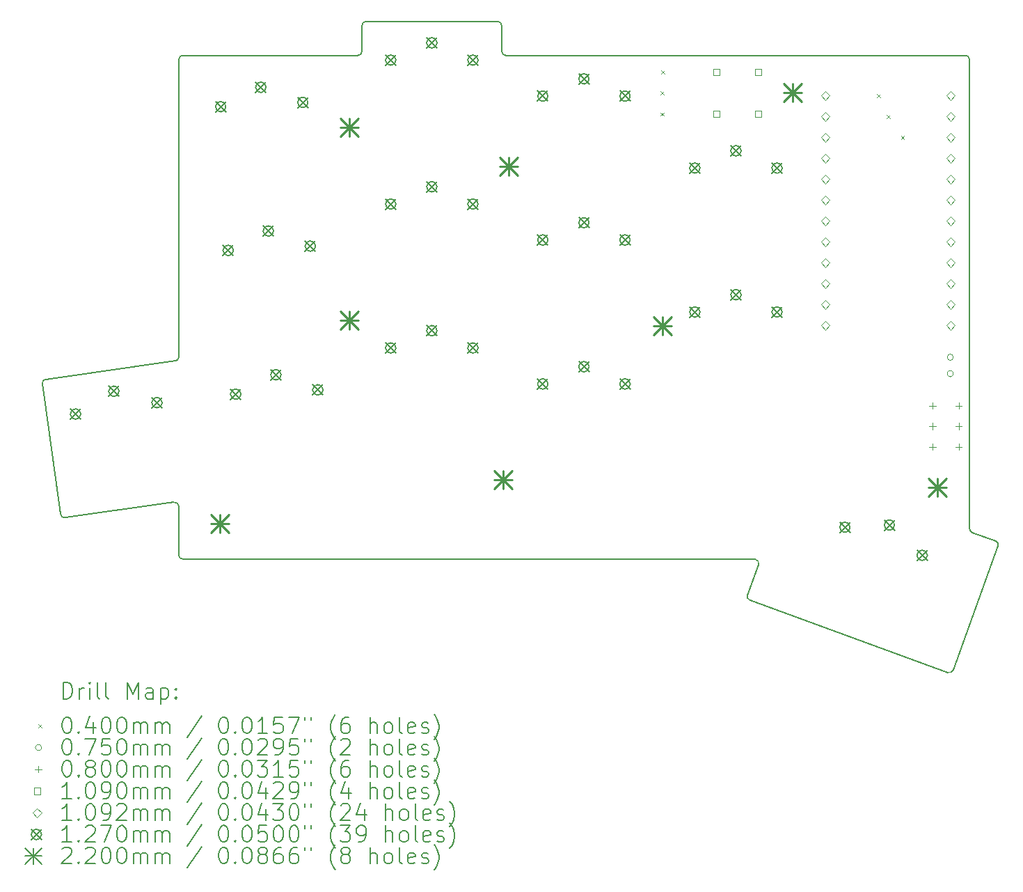
<source format=gbr>
%TF.GenerationSoftware,KiCad,Pcbnew,8.0.5-1.fc40*%
%TF.CreationDate,2024-10-14T16:03:28+11:00*%
%TF.ProjectId,pueo,7075656f-2e6b-4696-9361-645f70636258,0.1*%
%TF.SameCoordinates,Original*%
%TF.FileFunction,Drillmap*%
%TF.FilePolarity,Positive*%
%FSLAX45Y45*%
G04 Gerber Fmt 4.5, Leading zero omitted, Abs format (unit mm)*
G04 Created by KiCad (PCBNEW 8.0.5-1.fc40) date 2024-10-14 16:03:28*
%MOMM*%
%LPD*%
G01*
G04 APERTURE LIST*
%ADD10C,0.150000*%
%ADD11C,0.200000*%
%ADD12C,0.100000*%
%ADD13C,0.109000*%
%ADD14C,0.109220*%
%ADD15C,0.127000*%
%ADD16C,0.220000*%
G04 APERTURE END LIST*
D10*
X18586046Y-15384964D02*
G75*
G02*
X18556164Y-15320880I17105J46985D01*
G01*
X10255357Y-14380449D02*
G75*
G02*
X10198890Y-14337894I-6957J49509D01*
G01*
X21206853Y-8759388D02*
G75*
G02*
X21256852Y-8809388I-3J-50002D01*
G01*
X11686853Y-14884388D02*
X18643624Y-14884388D01*
X21575160Y-14663811D02*
G75*
G02*
X21605038Y-14727894I-17100J-46979D01*
G01*
X10255358Y-14380450D02*
X11579894Y-14194298D01*
X11636853Y-14243811D02*
X11636853Y-14834388D01*
X15515603Y-8346888D02*
G75*
G02*
X15565602Y-8396888I-3J-50002D01*
G01*
X11636853Y-8809388D02*
X11636853Y-12426122D01*
X21289752Y-14559931D02*
G75*
G02*
X21256855Y-14512946I17098J46981D01*
G01*
X11579894Y-14194298D02*
G75*
G02*
X11636849Y-14243811I6956J-49512D01*
G01*
X21057812Y-16231405D02*
G75*
G02*
X20993728Y-16261283I-46982J17105D01*
G01*
X18586046Y-15384965D02*
X20993726Y-16261288D01*
X15615602Y-8759388D02*
G75*
G02*
X15565602Y-8709388I-3J49998D01*
G01*
X15565603Y-8709388D02*
X15565603Y-8396888D01*
X11686853Y-14884388D02*
G75*
G02*
X11636852Y-14834388I-3J49998D01*
G01*
X18690609Y-14951489D02*
X18556162Y-15320879D01*
X21057812Y-16231405D02*
X21605044Y-14727896D01*
X9976208Y-12753466D02*
X10198885Y-14337894D01*
X11636853Y-8809388D02*
G75*
G02*
X11686853Y-8759393I49997J-2D01*
G01*
X21575160Y-14663811D02*
X21289752Y-14559931D01*
X21206853Y-8759388D02*
X15615602Y-8759388D01*
X13865603Y-8396888D02*
X13865603Y-8709388D01*
X10018763Y-12696993D02*
X11593811Y-12475635D01*
X13865603Y-8709388D02*
G75*
G02*
X13815603Y-8759393I-50003J-2D01*
G01*
X15515603Y-8346888D02*
X13915603Y-8346888D01*
X13865603Y-8396888D02*
G75*
G02*
X13915603Y-8346893I49997J-2D01*
G01*
X21256853Y-14512946D02*
X21256853Y-8809388D01*
X11636853Y-12426122D02*
G75*
G02*
X11593812Y-12475636I-50003J2D01*
G01*
X18643624Y-14884388D02*
G75*
G02*
X18690608Y-14951488I-4J-50002D01*
G01*
X9976208Y-12753466D02*
G75*
G02*
X10018764Y-12696998I49512J6956D01*
G01*
X13815603Y-8759388D02*
X11686853Y-8759388D01*
D11*
D12*
X17499243Y-9195747D02*
X17539243Y-9235747D01*
X17539243Y-9195747D02*
X17499243Y-9235747D01*
X17500618Y-9454402D02*
X17540618Y-9494402D01*
X17540618Y-9454402D02*
X17500618Y-9494402D01*
X17505588Y-8939402D02*
X17545588Y-8979402D01*
X17545588Y-8939402D02*
X17505588Y-8979402D01*
X20130000Y-9229888D02*
X20170000Y-9269888D01*
X20170000Y-9229888D02*
X20130000Y-9269888D01*
X20250000Y-9483888D02*
X20290000Y-9523888D01*
X20290000Y-9483888D02*
X20250000Y-9523888D01*
X20422112Y-9737888D02*
X20462112Y-9777888D01*
X20462112Y-9737888D02*
X20422112Y-9777888D01*
X21060562Y-12629372D02*
G75*
G02*
X20985562Y-12629372I-37500J0D01*
G01*
X20985562Y-12629372D02*
G75*
G02*
X21060562Y-12629372I37500J0D01*
G01*
X21060562Y-12429372D02*
G75*
G02*
X20985562Y-12429372I-37500J0D01*
G01*
X20985562Y-12429372D02*
G75*
G02*
X21060562Y-12429372I37500J0D01*
G01*
X20805602Y-13229387D02*
X20805602Y-13309387D01*
X20765602Y-13269387D02*
X20845602Y-13269387D01*
X20805603Y-12979387D02*
X20805603Y-13059387D01*
X20765603Y-13019387D02*
X20845603Y-13019387D01*
X20805604Y-13479387D02*
X20805604Y-13559387D01*
X20765604Y-13519387D02*
X20845604Y-13519387D01*
X21125603Y-13479387D02*
X21125603Y-13559387D01*
X21085603Y-13519387D02*
X21165603Y-13519387D01*
X21125604Y-13229387D02*
X21125604Y-13309387D01*
X21085604Y-13269387D02*
X21165604Y-13269387D01*
X21125604Y-12979386D02*
X21125604Y-13059386D01*
X21085604Y-13019386D02*
X21165604Y-13019386D01*
D13*
X18215640Y-9000285D02*
X18215640Y-8923209D01*
X18138565Y-8923209D01*
X18138565Y-9000285D01*
X18215640Y-9000285D01*
X18215640Y-9508285D02*
X18215640Y-9431209D01*
X18138565Y-9431209D01*
X18138565Y-9508285D01*
X18215640Y-9508285D01*
X18723640Y-9000285D02*
X18723640Y-8923209D01*
X18646565Y-8923209D01*
X18646565Y-9000285D01*
X18723640Y-9000285D01*
X18723640Y-9508285D02*
X18723640Y-9431209D01*
X18646565Y-9431209D01*
X18646565Y-9508285D01*
X18723640Y-9508285D01*
D14*
X19503603Y-11590498D02*
X19558213Y-11535888D01*
X19503603Y-11481278D01*
X19448993Y-11535888D01*
X19503603Y-11590498D01*
X19503603Y-10320498D02*
X19558213Y-10265888D01*
X19503603Y-10211278D01*
X19448993Y-10265888D01*
X19503603Y-10320498D01*
X19503603Y-11336498D02*
X19558213Y-11281888D01*
X19503603Y-11227278D01*
X19448993Y-11281888D01*
X19503603Y-11336498D01*
X19503603Y-9558498D02*
X19558213Y-9503888D01*
X19503603Y-9449278D01*
X19448993Y-9503888D01*
X19503603Y-9558498D01*
X19503603Y-10066498D02*
X19558213Y-10011888D01*
X19503603Y-9957278D01*
X19448993Y-10011888D01*
X19503603Y-10066498D01*
X19503603Y-10574498D02*
X19558213Y-10519888D01*
X19503603Y-10465278D01*
X19448993Y-10519888D01*
X19503603Y-10574498D01*
X19503603Y-10828498D02*
X19558213Y-10773888D01*
X19503603Y-10719278D01*
X19448993Y-10773888D01*
X19503603Y-10828498D01*
X19503603Y-11082498D02*
X19558213Y-11027888D01*
X19503603Y-10973278D01*
X19448993Y-11027888D01*
X19503603Y-11082498D01*
X19503603Y-11844498D02*
X19558213Y-11789888D01*
X19503603Y-11735278D01*
X19448993Y-11789888D01*
X19503603Y-11844498D01*
X19503603Y-9812498D02*
X19558213Y-9757888D01*
X19503603Y-9703278D01*
X19448993Y-9757888D01*
X19503603Y-9812498D01*
X19503604Y-12098498D02*
X19558214Y-12043888D01*
X19503604Y-11989278D01*
X19448994Y-12043888D01*
X19503604Y-12098498D01*
X19503604Y-9304498D02*
X19558214Y-9249888D01*
X19503604Y-9195278D01*
X19448994Y-9249888D01*
X19503604Y-9304498D01*
X21027602Y-12098498D02*
X21082212Y-12043888D01*
X21027602Y-11989278D01*
X20972992Y-12043888D01*
X21027602Y-12098498D01*
X21027603Y-9304499D02*
X21082213Y-9249889D01*
X21027603Y-9195279D01*
X20972993Y-9249889D01*
X21027603Y-9304499D01*
X21027603Y-11590498D02*
X21082213Y-11535888D01*
X21027603Y-11481278D01*
X20972993Y-11535888D01*
X21027603Y-11590498D01*
X21027603Y-9558498D02*
X21082213Y-9503888D01*
X21027603Y-9449278D01*
X20972993Y-9503888D01*
X21027603Y-9558498D01*
X21027603Y-10320498D02*
X21082213Y-10265888D01*
X21027603Y-10211278D01*
X20972993Y-10265888D01*
X21027603Y-10320498D01*
X21027603Y-10574498D02*
X21082213Y-10519888D01*
X21027603Y-10465278D01*
X20972993Y-10519888D01*
X21027603Y-10574498D01*
X21027603Y-10828498D02*
X21082213Y-10773888D01*
X21027603Y-10719278D01*
X20972993Y-10773888D01*
X21027603Y-10828498D01*
X21027603Y-11336498D02*
X21082213Y-11281888D01*
X21027603Y-11227278D01*
X20972993Y-11281888D01*
X21027603Y-11336498D01*
X21027603Y-11844498D02*
X21082213Y-11789888D01*
X21027603Y-11735278D01*
X20972993Y-11789888D01*
X21027603Y-11844498D01*
X21027603Y-10066498D02*
X21082213Y-10011888D01*
X21027603Y-9957278D01*
X20972993Y-10011888D01*
X21027603Y-10066498D01*
X21027603Y-11082498D02*
X21082213Y-11027888D01*
X21027603Y-10973278D01*
X20972993Y-11027888D01*
X21027603Y-11082498D01*
X21027603Y-9812498D02*
X21082213Y-9757888D01*
X21027603Y-9703278D01*
X20972993Y-9757888D01*
X21027603Y-9812498D01*
D15*
X10317755Y-13057167D02*
X10444755Y-13184167D01*
X10444755Y-13057167D02*
X10317755Y-13184167D01*
X10444755Y-13120667D02*
G75*
G02*
X10317755Y-13120667I-63500J0D01*
G01*
X10317755Y-13120667D02*
G75*
G02*
X10444755Y-13120667I63500J0D01*
G01*
X10783662Y-12779625D02*
X10910662Y-12906625D01*
X10910662Y-12779625D02*
X10783662Y-12906625D01*
X10910662Y-12843125D02*
G75*
G02*
X10783662Y-12843125I-63500J0D01*
G01*
X10783662Y-12843125D02*
G75*
G02*
X10910662Y-12843125I63500J0D01*
G01*
X11308023Y-12917995D02*
X11435023Y-13044995D01*
X11435023Y-12917995D02*
X11308023Y-13044995D01*
X11435023Y-12981495D02*
G75*
G02*
X11308023Y-12981495I-63500J0D01*
G01*
X11308023Y-12981495D02*
G75*
G02*
X11435023Y-12981495I63500J0D01*
G01*
X12083288Y-9319692D02*
X12210288Y-9446692D01*
X12210288Y-9319692D02*
X12083288Y-9446692D01*
X12210288Y-9383192D02*
G75*
G02*
X12083288Y-9383192I-63500J0D01*
G01*
X12083288Y-9383192D02*
G75*
G02*
X12210288Y-9383192I63500J0D01*
G01*
X12174876Y-11067293D02*
X12301876Y-11194293D01*
X12301876Y-11067293D02*
X12174876Y-11194293D01*
X12301876Y-11130793D02*
G75*
G02*
X12174876Y-11130793I-63500J0D01*
G01*
X12174876Y-11130793D02*
G75*
G02*
X12301876Y-11130793I63500J0D01*
G01*
X12266464Y-12814895D02*
X12393464Y-12941895D01*
X12393464Y-12814895D02*
X12266464Y-12941895D01*
X12393464Y-12878395D02*
G75*
G02*
X12266464Y-12878395I-63500J0D01*
G01*
X12266464Y-12878395D02*
G75*
G02*
X12393464Y-12878395I63500J0D01*
G01*
X12571612Y-9083812D02*
X12698612Y-9210812D01*
X12698612Y-9083812D02*
X12571612Y-9210812D01*
X12698612Y-9147312D02*
G75*
G02*
X12571612Y-9147312I-63500J0D01*
G01*
X12571612Y-9147312D02*
G75*
G02*
X12698612Y-9147312I63500J0D01*
G01*
X12663200Y-10831413D02*
X12790200Y-10958413D01*
X12790200Y-10831413D02*
X12663200Y-10958413D01*
X12790200Y-10894913D02*
G75*
G02*
X12663200Y-10894913I-63500J0D01*
G01*
X12663200Y-10894913D02*
G75*
G02*
X12790200Y-10894913I63500J0D01*
G01*
X12754788Y-12579015D02*
X12881788Y-12706015D01*
X12881788Y-12579015D02*
X12754788Y-12706015D01*
X12881788Y-12642515D02*
G75*
G02*
X12754788Y-12642515I-63500J0D01*
G01*
X12754788Y-12642515D02*
G75*
G02*
X12881788Y-12642515I63500J0D01*
G01*
X13081917Y-9267356D02*
X13208917Y-9394356D01*
X13208917Y-9267356D02*
X13081917Y-9394356D01*
X13208917Y-9330856D02*
G75*
G02*
X13081917Y-9330856I-63500J0D01*
G01*
X13081917Y-9330856D02*
G75*
G02*
X13208917Y-9330856I63500J0D01*
G01*
X13173506Y-11014957D02*
X13300506Y-11141957D01*
X13300506Y-11014957D02*
X13173506Y-11141957D01*
X13300506Y-11078457D02*
G75*
G02*
X13173506Y-11078457I-63500J0D01*
G01*
X13173506Y-11078457D02*
G75*
G02*
X13300506Y-11078457I63500J0D01*
G01*
X13265094Y-12762559D02*
X13392094Y-12889559D01*
X13392094Y-12762559D02*
X13265094Y-12889559D01*
X13392094Y-12826059D02*
G75*
G02*
X13265094Y-12826059I-63500J0D01*
G01*
X13265094Y-12826059D02*
G75*
G02*
X13392094Y-12826059I63500J0D01*
G01*
X14152103Y-10503388D02*
X14279103Y-10630388D01*
X14279103Y-10503388D02*
X14152103Y-10630388D01*
X14279103Y-10566888D02*
G75*
G02*
X14152103Y-10566888I-63500J0D01*
G01*
X14152103Y-10566888D02*
G75*
G02*
X14279103Y-10566888I63500J0D01*
G01*
X14152103Y-8753388D02*
X14279103Y-8880388D01*
X14279103Y-8753388D02*
X14152103Y-8880388D01*
X14279103Y-8816888D02*
G75*
G02*
X14152103Y-8816888I-63500J0D01*
G01*
X14152103Y-8816888D02*
G75*
G02*
X14279103Y-8816888I63500J0D01*
G01*
X14152103Y-12253388D02*
X14279103Y-12380388D01*
X14279103Y-12253388D02*
X14152103Y-12380388D01*
X14279103Y-12316888D02*
G75*
G02*
X14152103Y-12316888I-63500J0D01*
G01*
X14152103Y-12316888D02*
G75*
G02*
X14279103Y-12316888I63500J0D01*
G01*
X14652103Y-10293388D02*
X14779103Y-10420388D01*
X14779103Y-10293388D02*
X14652103Y-10420388D01*
X14779103Y-10356888D02*
G75*
G02*
X14652103Y-10356888I-63500J0D01*
G01*
X14652103Y-10356888D02*
G75*
G02*
X14779103Y-10356888I63500J0D01*
G01*
X14652103Y-8543388D02*
X14779103Y-8670388D01*
X14779103Y-8543388D02*
X14652103Y-8670388D01*
X14779103Y-8606888D02*
G75*
G02*
X14652103Y-8606888I-63500J0D01*
G01*
X14652103Y-8606888D02*
G75*
G02*
X14779103Y-8606888I63500J0D01*
G01*
X14652103Y-12043388D02*
X14779103Y-12170388D01*
X14779103Y-12043388D02*
X14652103Y-12170388D01*
X14779103Y-12106888D02*
G75*
G02*
X14652103Y-12106888I-63500J0D01*
G01*
X14652103Y-12106888D02*
G75*
G02*
X14779103Y-12106888I63500J0D01*
G01*
X15152103Y-10503388D02*
X15279103Y-10630388D01*
X15279103Y-10503388D02*
X15152103Y-10630388D01*
X15279103Y-10566888D02*
G75*
G02*
X15152103Y-10566888I-63500J0D01*
G01*
X15152103Y-10566888D02*
G75*
G02*
X15279103Y-10566888I63500J0D01*
G01*
X15152103Y-8753388D02*
X15279103Y-8880388D01*
X15279103Y-8753388D02*
X15152103Y-8880388D01*
X15279103Y-8816888D02*
G75*
G02*
X15152103Y-8816888I-63500J0D01*
G01*
X15152103Y-8816888D02*
G75*
G02*
X15279103Y-8816888I63500J0D01*
G01*
X15152103Y-12253388D02*
X15279103Y-12380388D01*
X15279103Y-12253388D02*
X15152103Y-12380388D01*
X15279103Y-12316888D02*
G75*
G02*
X15152103Y-12316888I-63500J0D01*
G01*
X15152103Y-12316888D02*
G75*
G02*
X15279103Y-12316888I63500J0D01*
G01*
X16002102Y-10940888D02*
X16129102Y-11067888D01*
X16129102Y-10940888D02*
X16002102Y-11067888D01*
X16129102Y-11004388D02*
G75*
G02*
X16002102Y-11004388I-63500J0D01*
G01*
X16002102Y-11004388D02*
G75*
G02*
X16129102Y-11004388I63500J0D01*
G01*
X16002103Y-12690888D02*
X16129103Y-12817888D01*
X16129103Y-12690888D02*
X16002103Y-12817888D01*
X16129103Y-12754388D02*
G75*
G02*
X16002103Y-12754388I-63500J0D01*
G01*
X16002103Y-12754388D02*
G75*
G02*
X16129103Y-12754388I63500J0D01*
G01*
X16002103Y-9190888D02*
X16129103Y-9317888D01*
X16129103Y-9190888D02*
X16002103Y-9317888D01*
X16129103Y-9254388D02*
G75*
G02*
X16002103Y-9254388I-63500J0D01*
G01*
X16002103Y-9254388D02*
G75*
G02*
X16129103Y-9254388I63500J0D01*
G01*
X16502102Y-10730888D02*
X16629102Y-10857888D01*
X16629102Y-10730888D02*
X16502102Y-10857888D01*
X16629102Y-10794388D02*
G75*
G02*
X16502102Y-10794388I-63500J0D01*
G01*
X16502102Y-10794388D02*
G75*
G02*
X16629102Y-10794388I63500J0D01*
G01*
X16502103Y-12480888D02*
X16629103Y-12607888D01*
X16629103Y-12480888D02*
X16502103Y-12607888D01*
X16629103Y-12544388D02*
G75*
G02*
X16502103Y-12544388I-63500J0D01*
G01*
X16502103Y-12544388D02*
G75*
G02*
X16629103Y-12544388I63500J0D01*
G01*
X16502103Y-8980888D02*
X16629103Y-9107888D01*
X16629103Y-8980888D02*
X16502103Y-9107888D01*
X16629103Y-9044388D02*
G75*
G02*
X16502103Y-9044388I-63500J0D01*
G01*
X16502103Y-9044388D02*
G75*
G02*
X16629103Y-9044388I63500J0D01*
G01*
X17002102Y-10940888D02*
X17129102Y-11067888D01*
X17129102Y-10940888D02*
X17002102Y-11067888D01*
X17129102Y-11004388D02*
G75*
G02*
X17002102Y-11004388I-63500J0D01*
G01*
X17002102Y-11004388D02*
G75*
G02*
X17129102Y-11004388I63500J0D01*
G01*
X17002103Y-12690888D02*
X17129103Y-12817888D01*
X17129103Y-12690888D02*
X17002103Y-12817888D01*
X17129103Y-12754388D02*
G75*
G02*
X17002103Y-12754388I-63500J0D01*
G01*
X17002103Y-12754388D02*
G75*
G02*
X17129103Y-12754388I63500J0D01*
G01*
X17002103Y-9190888D02*
X17129103Y-9317888D01*
X17129103Y-9190888D02*
X17002103Y-9317888D01*
X17129103Y-9254388D02*
G75*
G02*
X17002103Y-9254388I-63500J0D01*
G01*
X17002103Y-9254388D02*
G75*
G02*
X17129103Y-9254388I63500J0D01*
G01*
X17852103Y-10065888D02*
X17979103Y-10192888D01*
X17979103Y-10065888D02*
X17852103Y-10192888D01*
X17979103Y-10129388D02*
G75*
G02*
X17852103Y-10129388I-63500J0D01*
G01*
X17852103Y-10129388D02*
G75*
G02*
X17979103Y-10129388I63500J0D01*
G01*
X17852103Y-11815888D02*
X17979103Y-11942888D01*
X17979103Y-11815888D02*
X17852103Y-11942888D01*
X17979103Y-11879388D02*
G75*
G02*
X17852103Y-11879388I-63500J0D01*
G01*
X17852103Y-11879388D02*
G75*
G02*
X17979103Y-11879388I63500J0D01*
G01*
X18352103Y-9855888D02*
X18479103Y-9982888D01*
X18479103Y-9855888D02*
X18352103Y-9982888D01*
X18479103Y-9919388D02*
G75*
G02*
X18352103Y-9919388I-63500J0D01*
G01*
X18352103Y-9919388D02*
G75*
G02*
X18479103Y-9919388I63500J0D01*
G01*
X18352103Y-11605888D02*
X18479103Y-11732888D01*
X18479103Y-11605888D02*
X18352103Y-11732888D01*
X18479103Y-11669388D02*
G75*
G02*
X18352103Y-11669388I-63500J0D01*
G01*
X18352103Y-11669388D02*
G75*
G02*
X18479103Y-11669388I63500J0D01*
G01*
X18852103Y-10065888D02*
X18979103Y-10192888D01*
X18979103Y-10065888D02*
X18852103Y-10192888D01*
X18979103Y-10129388D02*
G75*
G02*
X18852103Y-10129388I-63500J0D01*
G01*
X18852103Y-10129388D02*
G75*
G02*
X18979103Y-10129388I63500J0D01*
G01*
X18852103Y-11815888D02*
X18979103Y-11942888D01*
X18979103Y-11815888D02*
X18852103Y-11942888D01*
X18979103Y-11879388D02*
G75*
G02*
X18852103Y-11879388I-63500J0D01*
G01*
X18852103Y-11879388D02*
G75*
G02*
X18979103Y-11879388I63500J0D01*
G01*
X19677224Y-14432794D02*
X19804224Y-14559794D01*
X19804224Y-14432794D02*
X19677224Y-14559794D01*
X19804224Y-14496294D02*
G75*
G02*
X19677224Y-14496294I-63500J0D01*
G01*
X19677224Y-14496294D02*
G75*
G02*
X19804224Y-14496294I63500J0D01*
G01*
X20218895Y-14406469D02*
X20345895Y-14533469D01*
X20345895Y-14406469D02*
X20218895Y-14533469D01*
X20345895Y-14469969D02*
G75*
G02*
X20218895Y-14469969I-63500J0D01*
G01*
X20218895Y-14469969D02*
G75*
G02*
X20345895Y-14469969I63500J0D01*
G01*
X20616917Y-14774815D02*
X20743917Y-14901815D01*
X20743917Y-14774815D02*
X20616917Y-14901815D01*
X20743917Y-14838315D02*
G75*
G02*
X20616917Y-14838315I-63500J0D01*
G01*
X20616917Y-14838315D02*
G75*
G02*
X20743917Y-14838315I63500J0D01*
G01*
D16*
X12027643Y-14345027D02*
X12247643Y-14565027D01*
X12247643Y-14345027D02*
X12027643Y-14565027D01*
X12137643Y-14345027D02*
X12137643Y-14565027D01*
X12027643Y-14455027D02*
X12247643Y-14455027D01*
X13599558Y-9526640D02*
X13819558Y-9746640D01*
X13819558Y-9526640D02*
X13599558Y-9746640D01*
X13709558Y-9526640D02*
X13709558Y-9746640D01*
X13599558Y-9636640D02*
X13819558Y-9636640D01*
X13602541Y-11870141D02*
X13822541Y-12090141D01*
X13822541Y-11870141D02*
X13602541Y-12090141D01*
X13712541Y-11870141D02*
X13712541Y-12090141D01*
X13602541Y-11980141D02*
X13822541Y-11980141D01*
X15474004Y-13808098D02*
X15694004Y-14028098D01*
X15694004Y-13808098D02*
X15474004Y-14028098D01*
X15584004Y-13808098D02*
X15584004Y-14028098D01*
X15474004Y-13918098D02*
X15694004Y-13918098D01*
X15540498Y-9998678D02*
X15760498Y-10218678D01*
X15760498Y-9998678D02*
X15540498Y-10218678D01*
X15650498Y-9998678D02*
X15650498Y-10218678D01*
X15540498Y-10108678D02*
X15760498Y-10108678D01*
X17411961Y-11936635D02*
X17631961Y-12156635D01*
X17631961Y-11936635D02*
X17411961Y-12156635D01*
X17521961Y-11936635D02*
X17521961Y-12156635D01*
X17411961Y-12046635D02*
X17631961Y-12046635D01*
X18999450Y-9099800D02*
X19219450Y-9319800D01*
X19219450Y-9099800D02*
X18999450Y-9319800D01*
X19109450Y-9099800D02*
X19109450Y-9319800D01*
X18999450Y-9209800D02*
X19219450Y-9209800D01*
X20755603Y-13899388D02*
X20975603Y-14119388D01*
X20975603Y-13899388D02*
X20755603Y-14119388D01*
X20865603Y-13899388D02*
X20865603Y-14119388D01*
X20755603Y-14009388D02*
X20975603Y-14009388D01*
D11*
X10228999Y-16583282D02*
X10228999Y-16383282D01*
X10228999Y-16383282D02*
X10276618Y-16383282D01*
X10276618Y-16383282D02*
X10305190Y-16392806D01*
X10305190Y-16392806D02*
X10324237Y-16411854D01*
X10324237Y-16411854D02*
X10333761Y-16430901D01*
X10333761Y-16430901D02*
X10343285Y-16468996D01*
X10343285Y-16468996D02*
X10343285Y-16497568D01*
X10343285Y-16497568D02*
X10333761Y-16535663D01*
X10333761Y-16535663D02*
X10324237Y-16554711D01*
X10324237Y-16554711D02*
X10305190Y-16573758D01*
X10305190Y-16573758D02*
X10276618Y-16583282D01*
X10276618Y-16583282D02*
X10228999Y-16583282D01*
X10428999Y-16583282D02*
X10428999Y-16449949D01*
X10428999Y-16488044D02*
X10438523Y-16468996D01*
X10438523Y-16468996D02*
X10448047Y-16459473D01*
X10448047Y-16459473D02*
X10467094Y-16449949D01*
X10467094Y-16449949D02*
X10486142Y-16449949D01*
X10552809Y-16583282D02*
X10552809Y-16449949D01*
X10552809Y-16383282D02*
X10543285Y-16392806D01*
X10543285Y-16392806D02*
X10552809Y-16402330D01*
X10552809Y-16402330D02*
X10562332Y-16392806D01*
X10562332Y-16392806D02*
X10552809Y-16383282D01*
X10552809Y-16383282D02*
X10552809Y-16402330D01*
X10676618Y-16583282D02*
X10657570Y-16573758D01*
X10657570Y-16573758D02*
X10648047Y-16554711D01*
X10648047Y-16554711D02*
X10648047Y-16383282D01*
X10781380Y-16583282D02*
X10762332Y-16573758D01*
X10762332Y-16573758D02*
X10752809Y-16554711D01*
X10752809Y-16554711D02*
X10752809Y-16383282D01*
X11009951Y-16583282D02*
X11009951Y-16383282D01*
X11009951Y-16383282D02*
X11076618Y-16526139D01*
X11076618Y-16526139D02*
X11143285Y-16383282D01*
X11143285Y-16383282D02*
X11143285Y-16583282D01*
X11324237Y-16583282D02*
X11324237Y-16478520D01*
X11324237Y-16478520D02*
X11314713Y-16459473D01*
X11314713Y-16459473D02*
X11295666Y-16449949D01*
X11295666Y-16449949D02*
X11257570Y-16449949D01*
X11257570Y-16449949D02*
X11238523Y-16459473D01*
X11324237Y-16573758D02*
X11305189Y-16583282D01*
X11305189Y-16583282D02*
X11257570Y-16583282D01*
X11257570Y-16583282D02*
X11238523Y-16573758D01*
X11238523Y-16573758D02*
X11228999Y-16554711D01*
X11228999Y-16554711D02*
X11228999Y-16535663D01*
X11228999Y-16535663D02*
X11238523Y-16516615D01*
X11238523Y-16516615D02*
X11257570Y-16507092D01*
X11257570Y-16507092D02*
X11305189Y-16507092D01*
X11305189Y-16507092D02*
X11324237Y-16497568D01*
X11419475Y-16449949D02*
X11419475Y-16649949D01*
X11419475Y-16459473D02*
X11438523Y-16449949D01*
X11438523Y-16449949D02*
X11476618Y-16449949D01*
X11476618Y-16449949D02*
X11495666Y-16459473D01*
X11495666Y-16459473D02*
X11505189Y-16468996D01*
X11505189Y-16468996D02*
X11514713Y-16488044D01*
X11514713Y-16488044D02*
X11514713Y-16545187D01*
X11514713Y-16545187D02*
X11505189Y-16564234D01*
X11505189Y-16564234D02*
X11495666Y-16573758D01*
X11495666Y-16573758D02*
X11476618Y-16583282D01*
X11476618Y-16583282D02*
X11438523Y-16583282D01*
X11438523Y-16583282D02*
X11419475Y-16573758D01*
X11600428Y-16564234D02*
X11609951Y-16573758D01*
X11609951Y-16573758D02*
X11600428Y-16583282D01*
X11600428Y-16583282D02*
X11590904Y-16573758D01*
X11590904Y-16573758D02*
X11600428Y-16564234D01*
X11600428Y-16564234D02*
X11600428Y-16583282D01*
X11600428Y-16459473D02*
X11609951Y-16468996D01*
X11609951Y-16468996D02*
X11600428Y-16478520D01*
X11600428Y-16478520D02*
X11590904Y-16468996D01*
X11590904Y-16468996D02*
X11600428Y-16459473D01*
X11600428Y-16459473D02*
X11600428Y-16478520D01*
D12*
X9928222Y-16891798D02*
X9968222Y-16931798D01*
X9968222Y-16891798D02*
X9928222Y-16931798D01*
D11*
X10267094Y-16803282D02*
X10286142Y-16803282D01*
X10286142Y-16803282D02*
X10305190Y-16812806D01*
X10305190Y-16812806D02*
X10314713Y-16822330D01*
X10314713Y-16822330D02*
X10324237Y-16841377D01*
X10324237Y-16841377D02*
X10333761Y-16879473D01*
X10333761Y-16879473D02*
X10333761Y-16927092D01*
X10333761Y-16927092D02*
X10324237Y-16965187D01*
X10324237Y-16965187D02*
X10314713Y-16984235D01*
X10314713Y-16984235D02*
X10305190Y-16993758D01*
X10305190Y-16993758D02*
X10286142Y-17003282D01*
X10286142Y-17003282D02*
X10267094Y-17003282D01*
X10267094Y-17003282D02*
X10248047Y-16993758D01*
X10248047Y-16993758D02*
X10238523Y-16984235D01*
X10238523Y-16984235D02*
X10228999Y-16965187D01*
X10228999Y-16965187D02*
X10219475Y-16927092D01*
X10219475Y-16927092D02*
X10219475Y-16879473D01*
X10219475Y-16879473D02*
X10228999Y-16841377D01*
X10228999Y-16841377D02*
X10238523Y-16822330D01*
X10238523Y-16822330D02*
X10248047Y-16812806D01*
X10248047Y-16812806D02*
X10267094Y-16803282D01*
X10419475Y-16984235D02*
X10428999Y-16993758D01*
X10428999Y-16993758D02*
X10419475Y-17003282D01*
X10419475Y-17003282D02*
X10409951Y-16993758D01*
X10409951Y-16993758D02*
X10419475Y-16984235D01*
X10419475Y-16984235D02*
X10419475Y-17003282D01*
X10600428Y-16869949D02*
X10600428Y-17003282D01*
X10552809Y-16793758D02*
X10505190Y-16936616D01*
X10505190Y-16936616D02*
X10628999Y-16936616D01*
X10743285Y-16803282D02*
X10762332Y-16803282D01*
X10762332Y-16803282D02*
X10781380Y-16812806D01*
X10781380Y-16812806D02*
X10790904Y-16822330D01*
X10790904Y-16822330D02*
X10800428Y-16841377D01*
X10800428Y-16841377D02*
X10809951Y-16879473D01*
X10809951Y-16879473D02*
X10809951Y-16927092D01*
X10809951Y-16927092D02*
X10800428Y-16965187D01*
X10800428Y-16965187D02*
X10790904Y-16984235D01*
X10790904Y-16984235D02*
X10781380Y-16993758D01*
X10781380Y-16993758D02*
X10762332Y-17003282D01*
X10762332Y-17003282D02*
X10743285Y-17003282D01*
X10743285Y-17003282D02*
X10724237Y-16993758D01*
X10724237Y-16993758D02*
X10714713Y-16984235D01*
X10714713Y-16984235D02*
X10705190Y-16965187D01*
X10705190Y-16965187D02*
X10695666Y-16927092D01*
X10695666Y-16927092D02*
X10695666Y-16879473D01*
X10695666Y-16879473D02*
X10705190Y-16841377D01*
X10705190Y-16841377D02*
X10714713Y-16822330D01*
X10714713Y-16822330D02*
X10724237Y-16812806D01*
X10724237Y-16812806D02*
X10743285Y-16803282D01*
X10933761Y-16803282D02*
X10952809Y-16803282D01*
X10952809Y-16803282D02*
X10971856Y-16812806D01*
X10971856Y-16812806D02*
X10981380Y-16822330D01*
X10981380Y-16822330D02*
X10990904Y-16841377D01*
X10990904Y-16841377D02*
X11000428Y-16879473D01*
X11000428Y-16879473D02*
X11000428Y-16927092D01*
X11000428Y-16927092D02*
X10990904Y-16965187D01*
X10990904Y-16965187D02*
X10981380Y-16984235D01*
X10981380Y-16984235D02*
X10971856Y-16993758D01*
X10971856Y-16993758D02*
X10952809Y-17003282D01*
X10952809Y-17003282D02*
X10933761Y-17003282D01*
X10933761Y-17003282D02*
X10914713Y-16993758D01*
X10914713Y-16993758D02*
X10905190Y-16984235D01*
X10905190Y-16984235D02*
X10895666Y-16965187D01*
X10895666Y-16965187D02*
X10886142Y-16927092D01*
X10886142Y-16927092D02*
X10886142Y-16879473D01*
X10886142Y-16879473D02*
X10895666Y-16841377D01*
X10895666Y-16841377D02*
X10905190Y-16822330D01*
X10905190Y-16822330D02*
X10914713Y-16812806D01*
X10914713Y-16812806D02*
X10933761Y-16803282D01*
X11086142Y-17003282D02*
X11086142Y-16869949D01*
X11086142Y-16888996D02*
X11095666Y-16879473D01*
X11095666Y-16879473D02*
X11114713Y-16869949D01*
X11114713Y-16869949D02*
X11143285Y-16869949D01*
X11143285Y-16869949D02*
X11162332Y-16879473D01*
X11162332Y-16879473D02*
X11171856Y-16898520D01*
X11171856Y-16898520D02*
X11171856Y-17003282D01*
X11171856Y-16898520D02*
X11181380Y-16879473D01*
X11181380Y-16879473D02*
X11200428Y-16869949D01*
X11200428Y-16869949D02*
X11228999Y-16869949D01*
X11228999Y-16869949D02*
X11248047Y-16879473D01*
X11248047Y-16879473D02*
X11257570Y-16898520D01*
X11257570Y-16898520D02*
X11257570Y-17003282D01*
X11352809Y-17003282D02*
X11352809Y-16869949D01*
X11352809Y-16888996D02*
X11362332Y-16879473D01*
X11362332Y-16879473D02*
X11381380Y-16869949D01*
X11381380Y-16869949D02*
X11409951Y-16869949D01*
X11409951Y-16869949D02*
X11428999Y-16879473D01*
X11428999Y-16879473D02*
X11438523Y-16898520D01*
X11438523Y-16898520D02*
X11438523Y-17003282D01*
X11438523Y-16898520D02*
X11448047Y-16879473D01*
X11448047Y-16879473D02*
X11467094Y-16869949D01*
X11467094Y-16869949D02*
X11495666Y-16869949D01*
X11495666Y-16869949D02*
X11514713Y-16879473D01*
X11514713Y-16879473D02*
X11524237Y-16898520D01*
X11524237Y-16898520D02*
X11524237Y-17003282D01*
X11914713Y-16793758D02*
X11743285Y-17050901D01*
X12171856Y-16803282D02*
X12190904Y-16803282D01*
X12190904Y-16803282D02*
X12209952Y-16812806D01*
X12209952Y-16812806D02*
X12219475Y-16822330D01*
X12219475Y-16822330D02*
X12228999Y-16841377D01*
X12228999Y-16841377D02*
X12238523Y-16879473D01*
X12238523Y-16879473D02*
X12238523Y-16927092D01*
X12238523Y-16927092D02*
X12228999Y-16965187D01*
X12228999Y-16965187D02*
X12219475Y-16984235D01*
X12219475Y-16984235D02*
X12209952Y-16993758D01*
X12209952Y-16993758D02*
X12190904Y-17003282D01*
X12190904Y-17003282D02*
X12171856Y-17003282D01*
X12171856Y-17003282D02*
X12152809Y-16993758D01*
X12152809Y-16993758D02*
X12143285Y-16984235D01*
X12143285Y-16984235D02*
X12133761Y-16965187D01*
X12133761Y-16965187D02*
X12124237Y-16927092D01*
X12124237Y-16927092D02*
X12124237Y-16879473D01*
X12124237Y-16879473D02*
X12133761Y-16841377D01*
X12133761Y-16841377D02*
X12143285Y-16822330D01*
X12143285Y-16822330D02*
X12152809Y-16812806D01*
X12152809Y-16812806D02*
X12171856Y-16803282D01*
X12324237Y-16984235D02*
X12333761Y-16993758D01*
X12333761Y-16993758D02*
X12324237Y-17003282D01*
X12324237Y-17003282D02*
X12314713Y-16993758D01*
X12314713Y-16993758D02*
X12324237Y-16984235D01*
X12324237Y-16984235D02*
X12324237Y-17003282D01*
X12457571Y-16803282D02*
X12476618Y-16803282D01*
X12476618Y-16803282D02*
X12495666Y-16812806D01*
X12495666Y-16812806D02*
X12505190Y-16822330D01*
X12505190Y-16822330D02*
X12514713Y-16841377D01*
X12514713Y-16841377D02*
X12524237Y-16879473D01*
X12524237Y-16879473D02*
X12524237Y-16927092D01*
X12524237Y-16927092D02*
X12514713Y-16965187D01*
X12514713Y-16965187D02*
X12505190Y-16984235D01*
X12505190Y-16984235D02*
X12495666Y-16993758D01*
X12495666Y-16993758D02*
X12476618Y-17003282D01*
X12476618Y-17003282D02*
X12457571Y-17003282D01*
X12457571Y-17003282D02*
X12438523Y-16993758D01*
X12438523Y-16993758D02*
X12428999Y-16984235D01*
X12428999Y-16984235D02*
X12419475Y-16965187D01*
X12419475Y-16965187D02*
X12409952Y-16927092D01*
X12409952Y-16927092D02*
X12409952Y-16879473D01*
X12409952Y-16879473D02*
X12419475Y-16841377D01*
X12419475Y-16841377D02*
X12428999Y-16822330D01*
X12428999Y-16822330D02*
X12438523Y-16812806D01*
X12438523Y-16812806D02*
X12457571Y-16803282D01*
X12714713Y-17003282D02*
X12600428Y-17003282D01*
X12657571Y-17003282D02*
X12657571Y-16803282D01*
X12657571Y-16803282D02*
X12638523Y-16831854D01*
X12638523Y-16831854D02*
X12619475Y-16850901D01*
X12619475Y-16850901D02*
X12600428Y-16860425D01*
X12895666Y-16803282D02*
X12800428Y-16803282D01*
X12800428Y-16803282D02*
X12790904Y-16898520D01*
X12790904Y-16898520D02*
X12800428Y-16888996D01*
X12800428Y-16888996D02*
X12819475Y-16879473D01*
X12819475Y-16879473D02*
X12867094Y-16879473D01*
X12867094Y-16879473D02*
X12886142Y-16888996D01*
X12886142Y-16888996D02*
X12895666Y-16898520D01*
X12895666Y-16898520D02*
X12905190Y-16917568D01*
X12905190Y-16917568D02*
X12905190Y-16965187D01*
X12905190Y-16965187D02*
X12895666Y-16984235D01*
X12895666Y-16984235D02*
X12886142Y-16993758D01*
X12886142Y-16993758D02*
X12867094Y-17003282D01*
X12867094Y-17003282D02*
X12819475Y-17003282D01*
X12819475Y-17003282D02*
X12800428Y-16993758D01*
X12800428Y-16993758D02*
X12790904Y-16984235D01*
X12971856Y-16803282D02*
X13105190Y-16803282D01*
X13105190Y-16803282D02*
X13019475Y-17003282D01*
X13171856Y-16803282D02*
X13171856Y-16841377D01*
X13248047Y-16803282D02*
X13248047Y-16841377D01*
X13543285Y-17079473D02*
X13533761Y-17069949D01*
X13533761Y-17069949D02*
X13514714Y-17041377D01*
X13514714Y-17041377D02*
X13505190Y-17022330D01*
X13505190Y-17022330D02*
X13495666Y-16993758D01*
X13495666Y-16993758D02*
X13486142Y-16946139D01*
X13486142Y-16946139D02*
X13486142Y-16908044D01*
X13486142Y-16908044D02*
X13495666Y-16860425D01*
X13495666Y-16860425D02*
X13505190Y-16831854D01*
X13505190Y-16831854D02*
X13514714Y-16812806D01*
X13514714Y-16812806D02*
X13533761Y-16784235D01*
X13533761Y-16784235D02*
X13543285Y-16774711D01*
X13705190Y-16803282D02*
X13667094Y-16803282D01*
X13667094Y-16803282D02*
X13648047Y-16812806D01*
X13648047Y-16812806D02*
X13638523Y-16822330D01*
X13638523Y-16822330D02*
X13619475Y-16850901D01*
X13619475Y-16850901D02*
X13609952Y-16888996D01*
X13609952Y-16888996D02*
X13609952Y-16965187D01*
X13609952Y-16965187D02*
X13619475Y-16984235D01*
X13619475Y-16984235D02*
X13628999Y-16993758D01*
X13628999Y-16993758D02*
X13648047Y-17003282D01*
X13648047Y-17003282D02*
X13686142Y-17003282D01*
X13686142Y-17003282D02*
X13705190Y-16993758D01*
X13705190Y-16993758D02*
X13714714Y-16984235D01*
X13714714Y-16984235D02*
X13724237Y-16965187D01*
X13724237Y-16965187D02*
X13724237Y-16917568D01*
X13724237Y-16917568D02*
X13714714Y-16898520D01*
X13714714Y-16898520D02*
X13705190Y-16888996D01*
X13705190Y-16888996D02*
X13686142Y-16879473D01*
X13686142Y-16879473D02*
X13648047Y-16879473D01*
X13648047Y-16879473D02*
X13628999Y-16888996D01*
X13628999Y-16888996D02*
X13619475Y-16898520D01*
X13619475Y-16898520D02*
X13609952Y-16917568D01*
X13962333Y-17003282D02*
X13962333Y-16803282D01*
X14048047Y-17003282D02*
X14048047Y-16898520D01*
X14048047Y-16898520D02*
X14038523Y-16879473D01*
X14038523Y-16879473D02*
X14019476Y-16869949D01*
X14019476Y-16869949D02*
X13990904Y-16869949D01*
X13990904Y-16869949D02*
X13971856Y-16879473D01*
X13971856Y-16879473D02*
X13962333Y-16888996D01*
X14171856Y-17003282D02*
X14152809Y-16993758D01*
X14152809Y-16993758D02*
X14143285Y-16984235D01*
X14143285Y-16984235D02*
X14133761Y-16965187D01*
X14133761Y-16965187D02*
X14133761Y-16908044D01*
X14133761Y-16908044D02*
X14143285Y-16888996D01*
X14143285Y-16888996D02*
X14152809Y-16879473D01*
X14152809Y-16879473D02*
X14171856Y-16869949D01*
X14171856Y-16869949D02*
X14200428Y-16869949D01*
X14200428Y-16869949D02*
X14219476Y-16879473D01*
X14219476Y-16879473D02*
X14228999Y-16888996D01*
X14228999Y-16888996D02*
X14238523Y-16908044D01*
X14238523Y-16908044D02*
X14238523Y-16965187D01*
X14238523Y-16965187D02*
X14228999Y-16984235D01*
X14228999Y-16984235D02*
X14219476Y-16993758D01*
X14219476Y-16993758D02*
X14200428Y-17003282D01*
X14200428Y-17003282D02*
X14171856Y-17003282D01*
X14352809Y-17003282D02*
X14333761Y-16993758D01*
X14333761Y-16993758D02*
X14324237Y-16974711D01*
X14324237Y-16974711D02*
X14324237Y-16803282D01*
X14505190Y-16993758D02*
X14486142Y-17003282D01*
X14486142Y-17003282D02*
X14448047Y-17003282D01*
X14448047Y-17003282D02*
X14428999Y-16993758D01*
X14428999Y-16993758D02*
X14419476Y-16974711D01*
X14419476Y-16974711D02*
X14419476Y-16898520D01*
X14419476Y-16898520D02*
X14428999Y-16879473D01*
X14428999Y-16879473D02*
X14448047Y-16869949D01*
X14448047Y-16869949D02*
X14486142Y-16869949D01*
X14486142Y-16869949D02*
X14505190Y-16879473D01*
X14505190Y-16879473D02*
X14514714Y-16898520D01*
X14514714Y-16898520D02*
X14514714Y-16917568D01*
X14514714Y-16917568D02*
X14419476Y-16936616D01*
X14590904Y-16993758D02*
X14609952Y-17003282D01*
X14609952Y-17003282D02*
X14648047Y-17003282D01*
X14648047Y-17003282D02*
X14667095Y-16993758D01*
X14667095Y-16993758D02*
X14676618Y-16974711D01*
X14676618Y-16974711D02*
X14676618Y-16965187D01*
X14676618Y-16965187D02*
X14667095Y-16946139D01*
X14667095Y-16946139D02*
X14648047Y-16936616D01*
X14648047Y-16936616D02*
X14619476Y-16936616D01*
X14619476Y-16936616D02*
X14600428Y-16927092D01*
X14600428Y-16927092D02*
X14590904Y-16908044D01*
X14590904Y-16908044D02*
X14590904Y-16898520D01*
X14590904Y-16898520D02*
X14600428Y-16879473D01*
X14600428Y-16879473D02*
X14619476Y-16869949D01*
X14619476Y-16869949D02*
X14648047Y-16869949D01*
X14648047Y-16869949D02*
X14667095Y-16879473D01*
X14743285Y-17079473D02*
X14752809Y-17069949D01*
X14752809Y-17069949D02*
X14771857Y-17041377D01*
X14771857Y-17041377D02*
X14781380Y-17022330D01*
X14781380Y-17022330D02*
X14790904Y-16993758D01*
X14790904Y-16993758D02*
X14800428Y-16946139D01*
X14800428Y-16946139D02*
X14800428Y-16908044D01*
X14800428Y-16908044D02*
X14790904Y-16860425D01*
X14790904Y-16860425D02*
X14781380Y-16831854D01*
X14781380Y-16831854D02*
X14771857Y-16812806D01*
X14771857Y-16812806D02*
X14752809Y-16784235D01*
X14752809Y-16784235D02*
X14743285Y-16774711D01*
D12*
X9968222Y-17175798D02*
G75*
G02*
X9893222Y-17175798I-37500J0D01*
G01*
X9893222Y-17175798D02*
G75*
G02*
X9968222Y-17175798I37500J0D01*
G01*
D11*
X10267094Y-17067282D02*
X10286142Y-17067282D01*
X10286142Y-17067282D02*
X10305190Y-17076806D01*
X10305190Y-17076806D02*
X10314713Y-17086330D01*
X10314713Y-17086330D02*
X10324237Y-17105377D01*
X10324237Y-17105377D02*
X10333761Y-17143473D01*
X10333761Y-17143473D02*
X10333761Y-17191092D01*
X10333761Y-17191092D02*
X10324237Y-17229187D01*
X10324237Y-17229187D02*
X10314713Y-17248235D01*
X10314713Y-17248235D02*
X10305190Y-17257758D01*
X10305190Y-17257758D02*
X10286142Y-17267282D01*
X10286142Y-17267282D02*
X10267094Y-17267282D01*
X10267094Y-17267282D02*
X10248047Y-17257758D01*
X10248047Y-17257758D02*
X10238523Y-17248235D01*
X10238523Y-17248235D02*
X10228999Y-17229187D01*
X10228999Y-17229187D02*
X10219475Y-17191092D01*
X10219475Y-17191092D02*
X10219475Y-17143473D01*
X10219475Y-17143473D02*
X10228999Y-17105377D01*
X10228999Y-17105377D02*
X10238523Y-17086330D01*
X10238523Y-17086330D02*
X10248047Y-17076806D01*
X10248047Y-17076806D02*
X10267094Y-17067282D01*
X10419475Y-17248235D02*
X10428999Y-17257758D01*
X10428999Y-17257758D02*
X10419475Y-17267282D01*
X10419475Y-17267282D02*
X10409951Y-17257758D01*
X10409951Y-17257758D02*
X10419475Y-17248235D01*
X10419475Y-17248235D02*
X10419475Y-17267282D01*
X10495666Y-17067282D02*
X10628999Y-17067282D01*
X10628999Y-17067282D02*
X10543285Y-17267282D01*
X10800428Y-17067282D02*
X10705190Y-17067282D01*
X10705190Y-17067282D02*
X10695666Y-17162520D01*
X10695666Y-17162520D02*
X10705190Y-17152996D01*
X10705190Y-17152996D02*
X10724237Y-17143473D01*
X10724237Y-17143473D02*
X10771856Y-17143473D01*
X10771856Y-17143473D02*
X10790904Y-17152996D01*
X10790904Y-17152996D02*
X10800428Y-17162520D01*
X10800428Y-17162520D02*
X10809951Y-17181568D01*
X10809951Y-17181568D02*
X10809951Y-17229187D01*
X10809951Y-17229187D02*
X10800428Y-17248235D01*
X10800428Y-17248235D02*
X10790904Y-17257758D01*
X10790904Y-17257758D02*
X10771856Y-17267282D01*
X10771856Y-17267282D02*
X10724237Y-17267282D01*
X10724237Y-17267282D02*
X10705190Y-17257758D01*
X10705190Y-17257758D02*
X10695666Y-17248235D01*
X10933761Y-17067282D02*
X10952809Y-17067282D01*
X10952809Y-17067282D02*
X10971856Y-17076806D01*
X10971856Y-17076806D02*
X10981380Y-17086330D01*
X10981380Y-17086330D02*
X10990904Y-17105377D01*
X10990904Y-17105377D02*
X11000428Y-17143473D01*
X11000428Y-17143473D02*
X11000428Y-17191092D01*
X11000428Y-17191092D02*
X10990904Y-17229187D01*
X10990904Y-17229187D02*
X10981380Y-17248235D01*
X10981380Y-17248235D02*
X10971856Y-17257758D01*
X10971856Y-17257758D02*
X10952809Y-17267282D01*
X10952809Y-17267282D02*
X10933761Y-17267282D01*
X10933761Y-17267282D02*
X10914713Y-17257758D01*
X10914713Y-17257758D02*
X10905190Y-17248235D01*
X10905190Y-17248235D02*
X10895666Y-17229187D01*
X10895666Y-17229187D02*
X10886142Y-17191092D01*
X10886142Y-17191092D02*
X10886142Y-17143473D01*
X10886142Y-17143473D02*
X10895666Y-17105377D01*
X10895666Y-17105377D02*
X10905190Y-17086330D01*
X10905190Y-17086330D02*
X10914713Y-17076806D01*
X10914713Y-17076806D02*
X10933761Y-17067282D01*
X11086142Y-17267282D02*
X11086142Y-17133949D01*
X11086142Y-17152996D02*
X11095666Y-17143473D01*
X11095666Y-17143473D02*
X11114713Y-17133949D01*
X11114713Y-17133949D02*
X11143285Y-17133949D01*
X11143285Y-17133949D02*
X11162332Y-17143473D01*
X11162332Y-17143473D02*
X11171856Y-17162520D01*
X11171856Y-17162520D02*
X11171856Y-17267282D01*
X11171856Y-17162520D02*
X11181380Y-17143473D01*
X11181380Y-17143473D02*
X11200428Y-17133949D01*
X11200428Y-17133949D02*
X11228999Y-17133949D01*
X11228999Y-17133949D02*
X11248047Y-17143473D01*
X11248047Y-17143473D02*
X11257570Y-17162520D01*
X11257570Y-17162520D02*
X11257570Y-17267282D01*
X11352809Y-17267282D02*
X11352809Y-17133949D01*
X11352809Y-17152996D02*
X11362332Y-17143473D01*
X11362332Y-17143473D02*
X11381380Y-17133949D01*
X11381380Y-17133949D02*
X11409951Y-17133949D01*
X11409951Y-17133949D02*
X11428999Y-17143473D01*
X11428999Y-17143473D02*
X11438523Y-17162520D01*
X11438523Y-17162520D02*
X11438523Y-17267282D01*
X11438523Y-17162520D02*
X11448047Y-17143473D01*
X11448047Y-17143473D02*
X11467094Y-17133949D01*
X11467094Y-17133949D02*
X11495666Y-17133949D01*
X11495666Y-17133949D02*
X11514713Y-17143473D01*
X11514713Y-17143473D02*
X11524237Y-17162520D01*
X11524237Y-17162520D02*
X11524237Y-17267282D01*
X11914713Y-17057758D02*
X11743285Y-17314901D01*
X12171856Y-17067282D02*
X12190904Y-17067282D01*
X12190904Y-17067282D02*
X12209952Y-17076806D01*
X12209952Y-17076806D02*
X12219475Y-17086330D01*
X12219475Y-17086330D02*
X12228999Y-17105377D01*
X12228999Y-17105377D02*
X12238523Y-17143473D01*
X12238523Y-17143473D02*
X12238523Y-17191092D01*
X12238523Y-17191092D02*
X12228999Y-17229187D01*
X12228999Y-17229187D02*
X12219475Y-17248235D01*
X12219475Y-17248235D02*
X12209952Y-17257758D01*
X12209952Y-17257758D02*
X12190904Y-17267282D01*
X12190904Y-17267282D02*
X12171856Y-17267282D01*
X12171856Y-17267282D02*
X12152809Y-17257758D01*
X12152809Y-17257758D02*
X12143285Y-17248235D01*
X12143285Y-17248235D02*
X12133761Y-17229187D01*
X12133761Y-17229187D02*
X12124237Y-17191092D01*
X12124237Y-17191092D02*
X12124237Y-17143473D01*
X12124237Y-17143473D02*
X12133761Y-17105377D01*
X12133761Y-17105377D02*
X12143285Y-17086330D01*
X12143285Y-17086330D02*
X12152809Y-17076806D01*
X12152809Y-17076806D02*
X12171856Y-17067282D01*
X12324237Y-17248235D02*
X12333761Y-17257758D01*
X12333761Y-17257758D02*
X12324237Y-17267282D01*
X12324237Y-17267282D02*
X12314713Y-17257758D01*
X12314713Y-17257758D02*
X12324237Y-17248235D01*
X12324237Y-17248235D02*
X12324237Y-17267282D01*
X12457571Y-17067282D02*
X12476618Y-17067282D01*
X12476618Y-17067282D02*
X12495666Y-17076806D01*
X12495666Y-17076806D02*
X12505190Y-17086330D01*
X12505190Y-17086330D02*
X12514713Y-17105377D01*
X12514713Y-17105377D02*
X12524237Y-17143473D01*
X12524237Y-17143473D02*
X12524237Y-17191092D01*
X12524237Y-17191092D02*
X12514713Y-17229187D01*
X12514713Y-17229187D02*
X12505190Y-17248235D01*
X12505190Y-17248235D02*
X12495666Y-17257758D01*
X12495666Y-17257758D02*
X12476618Y-17267282D01*
X12476618Y-17267282D02*
X12457571Y-17267282D01*
X12457571Y-17267282D02*
X12438523Y-17257758D01*
X12438523Y-17257758D02*
X12428999Y-17248235D01*
X12428999Y-17248235D02*
X12419475Y-17229187D01*
X12419475Y-17229187D02*
X12409952Y-17191092D01*
X12409952Y-17191092D02*
X12409952Y-17143473D01*
X12409952Y-17143473D02*
X12419475Y-17105377D01*
X12419475Y-17105377D02*
X12428999Y-17086330D01*
X12428999Y-17086330D02*
X12438523Y-17076806D01*
X12438523Y-17076806D02*
X12457571Y-17067282D01*
X12600428Y-17086330D02*
X12609952Y-17076806D01*
X12609952Y-17076806D02*
X12628999Y-17067282D01*
X12628999Y-17067282D02*
X12676618Y-17067282D01*
X12676618Y-17067282D02*
X12695666Y-17076806D01*
X12695666Y-17076806D02*
X12705190Y-17086330D01*
X12705190Y-17086330D02*
X12714713Y-17105377D01*
X12714713Y-17105377D02*
X12714713Y-17124425D01*
X12714713Y-17124425D02*
X12705190Y-17152996D01*
X12705190Y-17152996D02*
X12590904Y-17267282D01*
X12590904Y-17267282D02*
X12714713Y-17267282D01*
X12809952Y-17267282D02*
X12848047Y-17267282D01*
X12848047Y-17267282D02*
X12867094Y-17257758D01*
X12867094Y-17257758D02*
X12876618Y-17248235D01*
X12876618Y-17248235D02*
X12895666Y-17219663D01*
X12895666Y-17219663D02*
X12905190Y-17181568D01*
X12905190Y-17181568D02*
X12905190Y-17105377D01*
X12905190Y-17105377D02*
X12895666Y-17086330D01*
X12895666Y-17086330D02*
X12886142Y-17076806D01*
X12886142Y-17076806D02*
X12867094Y-17067282D01*
X12867094Y-17067282D02*
X12828999Y-17067282D01*
X12828999Y-17067282D02*
X12809952Y-17076806D01*
X12809952Y-17076806D02*
X12800428Y-17086330D01*
X12800428Y-17086330D02*
X12790904Y-17105377D01*
X12790904Y-17105377D02*
X12790904Y-17152996D01*
X12790904Y-17152996D02*
X12800428Y-17172044D01*
X12800428Y-17172044D02*
X12809952Y-17181568D01*
X12809952Y-17181568D02*
X12828999Y-17191092D01*
X12828999Y-17191092D02*
X12867094Y-17191092D01*
X12867094Y-17191092D02*
X12886142Y-17181568D01*
X12886142Y-17181568D02*
X12895666Y-17172044D01*
X12895666Y-17172044D02*
X12905190Y-17152996D01*
X13086142Y-17067282D02*
X12990904Y-17067282D01*
X12990904Y-17067282D02*
X12981380Y-17162520D01*
X12981380Y-17162520D02*
X12990904Y-17152996D01*
X12990904Y-17152996D02*
X13009952Y-17143473D01*
X13009952Y-17143473D02*
X13057571Y-17143473D01*
X13057571Y-17143473D02*
X13076618Y-17152996D01*
X13076618Y-17152996D02*
X13086142Y-17162520D01*
X13086142Y-17162520D02*
X13095666Y-17181568D01*
X13095666Y-17181568D02*
X13095666Y-17229187D01*
X13095666Y-17229187D02*
X13086142Y-17248235D01*
X13086142Y-17248235D02*
X13076618Y-17257758D01*
X13076618Y-17257758D02*
X13057571Y-17267282D01*
X13057571Y-17267282D02*
X13009952Y-17267282D01*
X13009952Y-17267282D02*
X12990904Y-17257758D01*
X12990904Y-17257758D02*
X12981380Y-17248235D01*
X13171856Y-17067282D02*
X13171856Y-17105377D01*
X13248047Y-17067282D02*
X13248047Y-17105377D01*
X13543285Y-17343473D02*
X13533761Y-17333949D01*
X13533761Y-17333949D02*
X13514714Y-17305377D01*
X13514714Y-17305377D02*
X13505190Y-17286330D01*
X13505190Y-17286330D02*
X13495666Y-17257758D01*
X13495666Y-17257758D02*
X13486142Y-17210139D01*
X13486142Y-17210139D02*
X13486142Y-17172044D01*
X13486142Y-17172044D02*
X13495666Y-17124425D01*
X13495666Y-17124425D02*
X13505190Y-17095854D01*
X13505190Y-17095854D02*
X13514714Y-17076806D01*
X13514714Y-17076806D02*
X13533761Y-17048235D01*
X13533761Y-17048235D02*
X13543285Y-17038711D01*
X13609952Y-17086330D02*
X13619475Y-17076806D01*
X13619475Y-17076806D02*
X13638523Y-17067282D01*
X13638523Y-17067282D02*
X13686142Y-17067282D01*
X13686142Y-17067282D02*
X13705190Y-17076806D01*
X13705190Y-17076806D02*
X13714714Y-17086330D01*
X13714714Y-17086330D02*
X13724237Y-17105377D01*
X13724237Y-17105377D02*
X13724237Y-17124425D01*
X13724237Y-17124425D02*
X13714714Y-17152996D01*
X13714714Y-17152996D02*
X13600428Y-17267282D01*
X13600428Y-17267282D02*
X13724237Y-17267282D01*
X13962333Y-17267282D02*
X13962333Y-17067282D01*
X14048047Y-17267282D02*
X14048047Y-17162520D01*
X14048047Y-17162520D02*
X14038523Y-17143473D01*
X14038523Y-17143473D02*
X14019476Y-17133949D01*
X14019476Y-17133949D02*
X13990904Y-17133949D01*
X13990904Y-17133949D02*
X13971856Y-17143473D01*
X13971856Y-17143473D02*
X13962333Y-17152996D01*
X14171856Y-17267282D02*
X14152809Y-17257758D01*
X14152809Y-17257758D02*
X14143285Y-17248235D01*
X14143285Y-17248235D02*
X14133761Y-17229187D01*
X14133761Y-17229187D02*
X14133761Y-17172044D01*
X14133761Y-17172044D02*
X14143285Y-17152996D01*
X14143285Y-17152996D02*
X14152809Y-17143473D01*
X14152809Y-17143473D02*
X14171856Y-17133949D01*
X14171856Y-17133949D02*
X14200428Y-17133949D01*
X14200428Y-17133949D02*
X14219476Y-17143473D01*
X14219476Y-17143473D02*
X14228999Y-17152996D01*
X14228999Y-17152996D02*
X14238523Y-17172044D01*
X14238523Y-17172044D02*
X14238523Y-17229187D01*
X14238523Y-17229187D02*
X14228999Y-17248235D01*
X14228999Y-17248235D02*
X14219476Y-17257758D01*
X14219476Y-17257758D02*
X14200428Y-17267282D01*
X14200428Y-17267282D02*
X14171856Y-17267282D01*
X14352809Y-17267282D02*
X14333761Y-17257758D01*
X14333761Y-17257758D02*
X14324237Y-17238711D01*
X14324237Y-17238711D02*
X14324237Y-17067282D01*
X14505190Y-17257758D02*
X14486142Y-17267282D01*
X14486142Y-17267282D02*
X14448047Y-17267282D01*
X14448047Y-17267282D02*
X14428999Y-17257758D01*
X14428999Y-17257758D02*
X14419476Y-17238711D01*
X14419476Y-17238711D02*
X14419476Y-17162520D01*
X14419476Y-17162520D02*
X14428999Y-17143473D01*
X14428999Y-17143473D02*
X14448047Y-17133949D01*
X14448047Y-17133949D02*
X14486142Y-17133949D01*
X14486142Y-17133949D02*
X14505190Y-17143473D01*
X14505190Y-17143473D02*
X14514714Y-17162520D01*
X14514714Y-17162520D02*
X14514714Y-17181568D01*
X14514714Y-17181568D02*
X14419476Y-17200616D01*
X14590904Y-17257758D02*
X14609952Y-17267282D01*
X14609952Y-17267282D02*
X14648047Y-17267282D01*
X14648047Y-17267282D02*
X14667095Y-17257758D01*
X14667095Y-17257758D02*
X14676618Y-17238711D01*
X14676618Y-17238711D02*
X14676618Y-17229187D01*
X14676618Y-17229187D02*
X14667095Y-17210139D01*
X14667095Y-17210139D02*
X14648047Y-17200616D01*
X14648047Y-17200616D02*
X14619476Y-17200616D01*
X14619476Y-17200616D02*
X14600428Y-17191092D01*
X14600428Y-17191092D02*
X14590904Y-17172044D01*
X14590904Y-17172044D02*
X14590904Y-17162520D01*
X14590904Y-17162520D02*
X14600428Y-17143473D01*
X14600428Y-17143473D02*
X14619476Y-17133949D01*
X14619476Y-17133949D02*
X14648047Y-17133949D01*
X14648047Y-17133949D02*
X14667095Y-17143473D01*
X14743285Y-17343473D02*
X14752809Y-17333949D01*
X14752809Y-17333949D02*
X14771857Y-17305377D01*
X14771857Y-17305377D02*
X14781380Y-17286330D01*
X14781380Y-17286330D02*
X14790904Y-17257758D01*
X14790904Y-17257758D02*
X14800428Y-17210139D01*
X14800428Y-17210139D02*
X14800428Y-17172044D01*
X14800428Y-17172044D02*
X14790904Y-17124425D01*
X14790904Y-17124425D02*
X14781380Y-17095854D01*
X14781380Y-17095854D02*
X14771857Y-17076806D01*
X14771857Y-17076806D02*
X14752809Y-17048235D01*
X14752809Y-17048235D02*
X14743285Y-17038711D01*
D12*
X9928222Y-17399798D02*
X9928222Y-17479798D01*
X9888222Y-17439798D02*
X9968222Y-17439798D01*
D11*
X10267094Y-17331282D02*
X10286142Y-17331282D01*
X10286142Y-17331282D02*
X10305190Y-17340806D01*
X10305190Y-17340806D02*
X10314713Y-17350330D01*
X10314713Y-17350330D02*
X10324237Y-17369377D01*
X10324237Y-17369377D02*
X10333761Y-17407473D01*
X10333761Y-17407473D02*
X10333761Y-17455092D01*
X10333761Y-17455092D02*
X10324237Y-17493187D01*
X10324237Y-17493187D02*
X10314713Y-17512235D01*
X10314713Y-17512235D02*
X10305190Y-17521758D01*
X10305190Y-17521758D02*
X10286142Y-17531282D01*
X10286142Y-17531282D02*
X10267094Y-17531282D01*
X10267094Y-17531282D02*
X10248047Y-17521758D01*
X10248047Y-17521758D02*
X10238523Y-17512235D01*
X10238523Y-17512235D02*
X10228999Y-17493187D01*
X10228999Y-17493187D02*
X10219475Y-17455092D01*
X10219475Y-17455092D02*
X10219475Y-17407473D01*
X10219475Y-17407473D02*
X10228999Y-17369377D01*
X10228999Y-17369377D02*
X10238523Y-17350330D01*
X10238523Y-17350330D02*
X10248047Y-17340806D01*
X10248047Y-17340806D02*
X10267094Y-17331282D01*
X10419475Y-17512235D02*
X10428999Y-17521758D01*
X10428999Y-17521758D02*
X10419475Y-17531282D01*
X10419475Y-17531282D02*
X10409951Y-17521758D01*
X10409951Y-17521758D02*
X10419475Y-17512235D01*
X10419475Y-17512235D02*
X10419475Y-17531282D01*
X10543285Y-17416996D02*
X10524237Y-17407473D01*
X10524237Y-17407473D02*
X10514713Y-17397949D01*
X10514713Y-17397949D02*
X10505190Y-17378901D01*
X10505190Y-17378901D02*
X10505190Y-17369377D01*
X10505190Y-17369377D02*
X10514713Y-17350330D01*
X10514713Y-17350330D02*
X10524237Y-17340806D01*
X10524237Y-17340806D02*
X10543285Y-17331282D01*
X10543285Y-17331282D02*
X10581380Y-17331282D01*
X10581380Y-17331282D02*
X10600428Y-17340806D01*
X10600428Y-17340806D02*
X10609951Y-17350330D01*
X10609951Y-17350330D02*
X10619475Y-17369377D01*
X10619475Y-17369377D02*
X10619475Y-17378901D01*
X10619475Y-17378901D02*
X10609951Y-17397949D01*
X10609951Y-17397949D02*
X10600428Y-17407473D01*
X10600428Y-17407473D02*
X10581380Y-17416996D01*
X10581380Y-17416996D02*
X10543285Y-17416996D01*
X10543285Y-17416996D02*
X10524237Y-17426520D01*
X10524237Y-17426520D02*
X10514713Y-17436044D01*
X10514713Y-17436044D02*
X10505190Y-17455092D01*
X10505190Y-17455092D02*
X10505190Y-17493187D01*
X10505190Y-17493187D02*
X10514713Y-17512235D01*
X10514713Y-17512235D02*
X10524237Y-17521758D01*
X10524237Y-17521758D02*
X10543285Y-17531282D01*
X10543285Y-17531282D02*
X10581380Y-17531282D01*
X10581380Y-17531282D02*
X10600428Y-17521758D01*
X10600428Y-17521758D02*
X10609951Y-17512235D01*
X10609951Y-17512235D02*
X10619475Y-17493187D01*
X10619475Y-17493187D02*
X10619475Y-17455092D01*
X10619475Y-17455092D02*
X10609951Y-17436044D01*
X10609951Y-17436044D02*
X10600428Y-17426520D01*
X10600428Y-17426520D02*
X10581380Y-17416996D01*
X10743285Y-17331282D02*
X10762332Y-17331282D01*
X10762332Y-17331282D02*
X10781380Y-17340806D01*
X10781380Y-17340806D02*
X10790904Y-17350330D01*
X10790904Y-17350330D02*
X10800428Y-17369377D01*
X10800428Y-17369377D02*
X10809951Y-17407473D01*
X10809951Y-17407473D02*
X10809951Y-17455092D01*
X10809951Y-17455092D02*
X10800428Y-17493187D01*
X10800428Y-17493187D02*
X10790904Y-17512235D01*
X10790904Y-17512235D02*
X10781380Y-17521758D01*
X10781380Y-17521758D02*
X10762332Y-17531282D01*
X10762332Y-17531282D02*
X10743285Y-17531282D01*
X10743285Y-17531282D02*
X10724237Y-17521758D01*
X10724237Y-17521758D02*
X10714713Y-17512235D01*
X10714713Y-17512235D02*
X10705190Y-17493187D01*
X10705190Y-17493187D02*
X10695666Y-17455092D01*
X10695666Y-17455092D02*
X10695666Y-17407473D01*
X10695666Y-17407473D02*
X10705190Y-17369377D01*
X10705190Y-17369377D02*
X10714713Y-17350330D01*
X10714713Y-17350330D02*
X10724237Y-17340806D01*
X10724237Y-17340806D02*
X10743285Y-17331282D01*
X10933761Y-17331282D02*
X10952809Y-17331282D01*
X10952809Y-17331282D02*
X10971856Y-17340806D01*
X10971856Y-17340806D02*
X10981380Y-17350330D01*
X10981380Y-17350330D02*
X10990904Y-17369377D01*
X10990904Y-17369377D02*
X11000428Y-17407473D01*
X11000428Y-17407473D02*
X11000428Y-17455092D01*
X11000428Y-17455092D02*
X10990904Y-17493187D01*
X10990904Y-17493187D02*
X10981380Y-17512235D01*
X10981380Y-17512235D02*
X10971856Y-17521758D01*
X10971856Y-17521758D02*
X10952809Y-17531282D01*
X10952809Y-17531282D02*
X10933761Y-17531282D01*
X10933761Y-17531282D02*
X10914713Y-17521758D01*
X10914713Y-17521758D02*
X10905190Y-17512235D01*
X10905190Y-17512235D02*
X10895666Y-17493187D01*
X10895666Y-17493187D02*
X10886142Y-17455092D01*
X10886142Y-17455092D02*
X10886142Y-17407473D01*
X10886142Y-17407473D02*
X10895666Y-17369377D01*
X10895666Y-17369377D02*
X10905190Y-17350330D01*
X10905190Y-17350330D02*
X10914713Y-17340806D01*
X10914713Y-17340806D02*
X10933761Y-17331282D01*
X11086142Y-17531282D02*
X11086142Y-17397949D01*
X11086142Y-17416996D02*
X11095666Y-17407473D01*
X11095666Y-17407473D02*
X11114713Y-17397949D01*
X11114713Y-17397949D02*
X11143285Y-17397949D01*
X11143285Y-17397949D02*
X11162332Y-17407473D01*
X11162332Y-17407473D02*
X11171856Y-17426520D01*
X11171856Y-17426520D02*
X11171856Y-17531282D01*
X11171856Y-17426520D02*
X11181380Y-17407473D01*
X11181380Y-17407473D02*
X11200428Y-17397949D01*
X11200428Y-17397949D02*
X11228999Y-17397949D01*
X11228999Y-17397949D02*
X11248047Y-17407473D01*
X11248047Y-17407473D02*
X11257570Y-17426520D01*
X11257570Y-17426520D02*
X11257570Y-17531282D01*
X11352809Y-17531282D02*
X11352809Y-17397949D01*
X11352809Y-17416996D02*
X11362332Y-17407473D01*
X11362332Y-17407473D02*
X11381380Y-17397949D01*
X11381380Y-17397949D02*
X11409951Y-17397949D01*
X11409951Y-17397949D02*
X11428999Y-17407473D01*
X11428999Y-17407473D02*
X11438523Y-17426520D01*
X11438523Y-17426520D02*
X11438523Y-17531282D01*
X11438523Y-17426520D02*
X11448047Y-17407473D01*
X11448047Y-17407473D02*
X11467094Y-17397949D01*
X11467094Y-17397949D02*
X11495666Y-17397949D01*
X11495666Y-17397949D02*
X11514713Y-17407473D01*
X11514713Y-17407473D02*
X11524237Y-17426520D01*
X11524237Y-17426520D02*
X11524237Y-17531282D01*
X11914713Y-17321758D02*
X11743285Y-17578901D01*
X12171856Y-17331282D02*
X12190904Y-17331282D01*
X12190904Y-17331282D02*
X12209952Y-17340806D01*
X12209952Y-17340806D02*
X12219475Y-17350330D01*
X12219475Y-17350330D02*
X12228999Y-17369377D01*
X12228999Y-17369377D02*
X12238523Y-17407473D01*
X12238523Y-17407473D02*
X12238523Y-17455092D01*
X12238523Y-17455092D02*
X12228999Y-17493187D01*
X12228999Y-17493187D02*
X12219475Y-17512235D01*
X12219475Y-17512235D02*
X12209952Y-17521758D01*
X12209952Y-17521758D02*
X12190904Y-17531282D01*
X12190904Y-17531282D02*
X12171856Y-17531282D01*
X12171856Y-17531282D02*
X12152809Y-17521758D01*
X12152809Y-17521758D02*
X12143285Y-17512235D01*
X12143285Y-17512235D02*
X12133761Y-17493187D01*
X12133761Y-17493187D02*
X12124237Y-17455092D01*
X12124237Y-17455092D02*
X12124237Y-17407473D01*
X12124237Y-17407473D02*
X12133761Y-17369377D01*
X12133761Y-17369377D02*
X12143285Y-17350330D01*
X12143285Y-17350330D02*
X12152809Y-17340806D01*
X12152809Y-17340806D02*
X12171856Y-17331282D01*
X12324237Y-17512235D02*
X12333761Y-17521758D01*
X12333761Y-17521758D02*
X12324237Y-17531282D01*
X12324237Y-17531282D02*
X12314713Y-17521758D01*
X12314713Y-17521758D02*
X12324237Y-17512235D01*
X12324237Y-17512235D02*
X12324237Y-17531282D01*
X12457571Y-17331282D02*
X12476618Y-17331282D01*
X12476618Y-17331282D02*
X12495666Y-17340806D01*
X12495666Y-17340806D02*
X12505190Y-17350330D01*
X12505190Y-17350330D02*
X12514713Y-17369377D01*
X12514713Y-17369377D02*
X12524237Y-17407473D01*
X12524237Y-17407473D02*
X12524237Y-17455092D01*
X12524237Y-17455092D02*
X12514713Y-17493187D01*
X12514713Y-17493187D02*
X12505190Y-17512235D01*
X12505190Y-17512235D02*
X12495666Y-17521758D01*
X12495666Y-17521758D02*
X12476618Y-17531282D01*
X12476618Y-17531282D02*
X12457571Y-17531282D01*
X12457571Y-17531282D02*
X12438523Y-17521758D01*
X12438523Y-17521758D02*
X12428999Y-17512235D01*
X12428999Y-17512235D02*
X12419475Y-17493187D01*
X12419475Y-17493187D02*
X12409952Y-17455092D01*
X12409952Y-17455092D02*
X12409952Y-17407473D01*
X12409952Y-17407473D02*
X12419475Y-17369377D01*
X12419475Y-17369377D02*
X12428999Y-17350330D01*
X12428999Y-17350330D02*
X12438523Y-17340806D01*
X12438523Y-17340806D02*
X12457571Y-17331282D01*
X12590904Y-17331282D02*
X12714713Y-17331282D01*
X12714713Y-17331282D02*
X12648047Y-17407473D01*
X12648047Y-17407473D02*
X12676618Y-17407473D01*
X12676618Y-17407473D02*
X12695666Y-17416996D01*
X12695666Y-17416996D02*
X12705190Y-17426520D01*
X12705190Y-17426520D02*
X12714713Y-17445568D01*
X12714713Y-17445568D02*
X12714713Y-17493187D01*
X12714713Y-17493187D02*
X12705190Y-17512235D01*
X12705190Y-17512235D02*
X12695666Y-17521758D01*
X12695666Y-17521758D02*
X12676618Y-17531282D01*
X12676618Y-17531282D02*
X12619475Y-17531282D01*
X12619475Y-17531282D02*
X12600428Y-17521758D01*
X12600428Y-17521758D02*
X12590904Y-17512235D01*
X12905190Y-17531282D02*
X12790904Y-17531282D01*
X12848047Y-17531282D02*
X12848047Y-17331282D01*
X12848047Y-17331282D02*
X12828999Y-17359854D01*
X12828999Y-17359854D02*
X12809952Y-17378901D01*
X12809952Y-17378901D02*
X12790904Y-17388425D01*
X13086142Y-17331282D02*
X12990904Y-17331282D01*
X12990904Y-17331282D02*
X12981380Y-17426520D01*
X12981380Y-17426520D02*
X12990904Y-17416996D01*
X12990904Y-17416996D02*
X13009952Y-17407473D01*
X13009952Y-17407473D02*
X13057571Y-17407473D01*
X13057571Y-17407473D02*
X13076618Y-17416996D01*
X13076618Y-17416996D02*
X13086142Y-17426520D01*
X13086142Y-17426520D02*
X13095666Y-17445568D01*
X13095666Y-17445568D02*
X13095666Y-17493187D01*
X13095666Y-17493187D02*
X13086142Y-17512235D01*
X13086142Y-17512235D02*
X13076618Y-17521758D01*
X13076618Y-17521758D02*
X13057571Y-17531282D01*
X13057571Y-17531282D02*
X13009952Y-17531282D01*
X13009952Y-17531282D02*
X12990904Y-17521758D01*
X12990904Y-17521758D02*
X12981380Y-17512235D01*
X13171856Y-17331282D02*
X13171856Y-17369377D01*
X13248047Y-17331282D02*
X13248047Y-17369377D01*
X13543285Y-17607473D02*
X13533761Y-17597949D01*
X13533761Y-17597949D02*
X13514714Y-17569377D01*
X13514714Y-17569377D02*
X13505190Y-17550330D01*
X13505190Y-17550330D02*
X13495666Y-17521758D01*
X13495666Y-17521758D02*
X13486142Y-17474139D01*
X13486142Y-17474139D02*
X13486142Y-17436044D01*
X13486142Y-17436044D02*
X13495666Y-17388425D01*
X13495666Y-17388425D02*
X13505190Y-17359854D01*
X13505190Y-17359854D02*
X13514714Y-17340806D01*
X13514714Y-17340806D02*
X13533761Y-17312235D01*
X13533761Y-17312235D02*
X13543285Y-17302711D01*
X13705190Y-17331282D02*
X13667094Y-17331282D01*
X13667094Y-17331282D02*
X13648047Y-17340806D01*
X13648047Y-17340806D02*
X13638523Y-17350330D01*
X13638523Y-17350330D02*
X13619475Y-17378901D01*
X13619475Y-17378901D02*
X13609952Y-17416996D01*
X13609952Y-17416996D02*
X13609952Y-17493187D01*
X13609952Y-17493187D02*
X13619475Y-17512235D01*
X13619475Y-17512235D02*
X13628999Y-17521758D01*
X13628999Y-17521758D02*
X13648047Y-17531282D01*
X13648047Y-17531282D02*
X13686142Y-17531282D01*
X13686142Y-17531282D02*
X13705190Y-17521758D01*
X13705190Y-17521758D02*
X13714714Y-17512235D01*
X13714714Y-17512235D02*
X13724237Y-17493187D01*
X13724237Y-17493187D02*
X13724237Y-17445568D01*
X13724237Y-17445568D02*
X13714714Y-17426520D01*
X13714714Y-17426520D02*
X13705190Y-17416996D01*
X13705190Y-17416996D02*
X13686142Y-17407473D01*
X13686142Y-17407473D02*
X13648047Y-17407473D01*
X13648047Y-17407473D02*
X13628999Y-17416996D01*
X13628999Y-17416996D02*
X13619475Y-17426520D01*
X13619475Y-17426520D02*
X13609952Y-17445568D01*
X13962333Y-17531282D02*
X13962333Y-17331282D01*
X14048047Y-17531282D02*
X14048047Y-17426520D01*
X14048047Y-17426520D02*
X14038523Y-17407473D01*
X14038523Y-17407473D02*
X14019476Y-17397949D01*
X14019476Y-17397949D02*
X13990904Y-17397949D01*
X13990904Y-17397949D02*
X13971856Y-17407473D01*
X13971856Y-17407473D02*
X13962333Y-17416996D01*
X14171856Y-17531282D02*
X14152809Y-17521758D01*
X14152809Y-17521758D02*
X14143285Y-17512235D01*
X14143285Y-17512235D02*
X14133761Y-17493187D01*
X14133761Y-17493187D02*
X14133761Y-17436044D01*
X14133761Y-17436044D02*
X14143285Y-17416996D01*
X14143285Y-17416996D02*
X14152809Y-17407473D01*
X14152809Y-17407473D02*
X14171856Y-17397949D01*
X14171856Y-17397949D02*
X14200428Y-17397949D01*
X14200428Y-17397949D02*
X14219476Y-17407473D01*
X14219476Y-17407473D02*
X14228999Y-17416996D01*
X14228999Y-17416996D02*
X14238523Y-17436044D01*
X14238523Y-17436044D02*
X14238523Y-17493187D01*
X14238523Y-17493187D02*
X14228999Y-17512235D01*
X14228999Y-17512235D02*
X14219476Y-17521758D01*
X14219476Y-17521758D02*
X14200428Y-17531282D01*
X14200428Y-17531282D02*
X14171856Y-17531282D01*
X14352809Y-17531282D02*
X14333761Y-17521758D01*
X14333761Y-17521758D02*
X14324237Y-17502711D01*
X14324237Y-17502711D02*
X14324237Y-17331282D01*
X14505190Y-17521758D02*
X14486142Y-17531282D01*
X14486142Y-17531282D02*
X14448047Y-17531282D01*
X14448047Y-17531282D02*
X14428999Y-17521758D01*
X14428999Y-17521758D02*
X14419476Y-17502711D01*
X14419476Y-17502711D02*
X14419476Y-17426520D01*
X14419476Y-17426520D02*
X14428999Y-17407473D01*
X14428999Y-17407473D02*
X14448047Y-17397949D01*
X14448047Y-17397949D02*
X14486142Y-17397949D01*
X14486142Y-17397949D02*
X14505190Y-17407473D01*
X14505190Y-17407473D02*
X14514714Y-17426520D01*
X14514714Y-17426520D02*
X14514714Y-17445568D01*
X14514714Y-17445568D02*
X14419476Y-17464616D01*
X14590904Y-17521758D02*
X14609952Y-17531282D01*
X14609952Y-17531282D02*
X14648047Y-17531282D01*
X14648047Y-17531282D02*
X14667095Y-17521758D01*
X14667095Y-17521758D02*
X14676618Y-17502711D01*
X14676618Y-17502711D02*
X14676618Y-17493187D01*
X14676618Y-17493187D02*
X14667095Y-17474139D01*
X14667095Y-17474139D02*
X14648047Y-17464616D01*
X14648047Y-17464616D02*
X14619476Y-17464616D01*
X14619476Y-17464616D02*
X14600428Y-17455092D01*
X14600428Y-17455092D02*
X14590904Y-17436044D01*
X14590904Y-17436044D02*
X14590904Y-17426520D01*
X14590904Y-17426520D02*
X14600428Y-17407473D01*
X14600428Y-17407473D02*
X14619476Y-17397949D01*
X14619476Y-17397949D02*
X14648047Y-17397949D01*
X14648047Y-17397949D02*
X14667095Y-17407473D01*
X14743285Y-17607473D02*
X14752809Y-17597949D01*
X14752809Y-17597949D02*
X14771857Y-17569377D01*
X14771857Y-17569377D02*
X14781380Y-17550330D01*
X14781380Y-17550330D02*
X14790904Y-17521758D01*
X14790904Y-17521758D02*
X14800428Y-17474139D01*
X14800428Y-17474139D02*
X14800428Y-17436044D01*
X14800428Y-17436044D02*
X14790904Y-17388425D01*
X14790904Y-17388425D02*
X14781380Y-17359854D01*
X14781380Y-17359854D02*
X14771857Y-17340806D01*
X14771857Y-17340806D02*
X14752809Y-17312235D01*
X14752809Y-17312235D02*
X14743285Y-17302711D01*
D13*
X9952260Y-17742336D02*
X9952260Y-17665261D01*
X9875185Y-17665261D01*
X9875185Y-17742336D01*
X9952260Y-17742336D01*
D11*
X10333761Y-17795282D02*
X10219475Y-17795282D01*
X10276618Y-17795282D02*
X10276618Y-17595282D01*
X10276618Y-17595282D02*
X10257570Y-17623854D01*
X10257570Y-17623854D02*
X10238523Y-17642901D01*
X10238523Y-17642901D02*
X10219475Y-17652425D01*
X10419475Y-17776235D02*
X10428999Y-17785758D01*
X10428999Y-17785758D02*
X10419475Y-17795282D01*
X10419475Y-17795282D02*
X10409951Y-17785758D01*
X10409951Y-17785758D02*
X10419475Y-17776235D01*
X10419475Y-17776235D02*
X10419475Y-17795282D01*
X10552809Y-17595282D02*
X10571856Y-17595282D01*
X10571856Y-17595282D02*
X10590904Y-17604806D01*
X10590904Y-17604806D02*
X10600428Y-17614330D01*
X10600428Y-17614330D02*
X10609951Y-17633377D01*
X10609951Y-17633377D02*
X10619475Y-17671473D01*
X10619475Y-17671473D02*
X10619475Y-17719092D01*
X10619475Y-17719092D02*
X10609951Y-17757187D01*
X10609951Y-17757187D02*
X10600428Y-17776235D01*
X10600428Y-17776235D02*
X10590904Y-17785758D01*
X10590904Y-17785758D02*
X10571856Y-17795282D01*
X10571856Y-17795282D02*
X10552809Y-17795282D01*
X10552809Y-17795282D02*
X10533761Y-17785758D01*
X10533761Y-17785758D02*
X10524237Y-17776235D01*
X10524237Y-17776235D02*
X10514713Y-17757187D01*
X10514713Y-17757187D02*
X10505190Y-17719092D01*
X10505190Y-17719092D02*
X10505190Y-17671473D01*
X10505190Y-17671473D02*
X10514713Y-17633377D01*
X10514713Y-17633377D02*
X10524237Y-17614330D01*
X10524237Y-17614330D02*
X10533761Y-17604806D01*
X10533761Y-17604806D02*
X10552809Y-17595282D01*
X10714713Y-17795282D02*
X10752809Y-17795282D01*
X10752809Y-17795282D02*
X10771856Y-17785758D01*
X10771856Y-17785758D02*
X10781380Y-17776235D01*
X10781380Y-17776235D02*
X10800428Y-17747663D01*
X10800428Y-17747663D02*
X10809951Y-17709568D01*
X10809951Y-17709568D02*
X10809951Y-17633377D01*
X10809951Y-17633377D02*
X10800428Y-17614330D01*
X10800428Y-17614330D02*
X10790904Y-17604806D01*
X10790904Y-17604806D02*
X10771856Y-17595282D01*
X10771856Y-17595282D02*
X10733761Y-17595282D01*
X10733761Y-17595282D02*
X10714713Y-17604806D01*
X10714713Y-17604806D02*
X10705190Y-17614330D01*
X10705190Y-17614330D02*
X10695666Y-17633377D01*
X10695666Y-17633377D02*
X10695666Y-17680996D01*
X10695666Y-17680996D02*
X10705190Y-17700044D01*
X10705190Y-17700044D02*
X10714713Y-17709568D01*
X10714713Y-17709568D02*
X10733761Y-17719092D01*
X10733761Y-17719092D02*
X10771856Y-17719092D01*
X10771856Y-17719092D02*
X10790904Y-17709568D01*
X10790904Y-17709568D02*
X10800428Y-17700044D01*
X10800428Y-17700044D02*
X10809951Y-17680996D01*
X10933761Y-17595282D02*
X10952809Y-17595282D01*
X10952809Y-17595282D02*
X10971856Y-17604806D01*
X10971856Y-17604806D02*
X10981380Y-17614330D01*
X10981380Y-17614330D02*
X10990904Y-17633377D01*
X10990904Y-17633377D02*
X11000428Y-17671473D01*
X11000428Y-17671473D02*
X11000428Y-17719092D01*
X11000428Y-17719092D02*
X10990904Y-17757187D01*
X10990904Y-17757187D02*
X10981380Y-17776235D01*
X10981380Y-17776235D02*
X10971856Y-17785758D01*
X10971856Y-17785758D02*
X10952809Y-17795282D01*
X10952809Y-17795282D02*
X10933761Y-17795282D01*
X10933761Y-17795282D02*
X10914713Y-17785758D01*
X10914713Y-17785758D02*
X10905190Y-17776235D01*
X10905190Y-17776235D02*
X10895666Y-17757187D01*
X10895666Y-17757187D02*
X10886142Y-17719092D01*
X10886142Y-17719092D02*
X10886142Y-17671473D01*
X10886142Y-17671473D02*
X10895666Y-17633377D01*
X10895666Y-17633377D02*
X10905190Y-17614330D01*
X10905190Y-17614330D02*
X10914713Y-17604806D01*
X10914713Y-17604806D02*
X10933761Y-17595282D01*
X11086142Y-17795282D02*
X11086142Y-17661949D01*
X11086142Y-17680996D02*
X11095666Y-17671473D01*
X11095666Y-17671473D02*
X11114713Y-17661949D01*
X11114713Y-17661949D02*
X11143285Y-17661949D01*
X11143285Y-17661949D02*
X11162332Y-17671473D01*
X11162332Y-17671473D02*
X11171856Y-17690520D01*
X11171856Y-17690520D02*
X11171856Y-17795282D01*
X11171856Y-17690520D02*
X11181380Y-17671473D01*
X11181380Y-17671473D02*
X11200428Y-17661949D01*
X11200428Y-17661949D02*
X11228999Y-17661949D01*
X11228999Y-17661949D02*
X11248047Y-17671473D01*
X11248047Y-17671473D02*
X11257570Y-17690520D01*
X11257570Y-17690520D02*
X11257570Y-17795282D01*
X11352809Y-17795282D02*
X11352809Y-17661949D01*
X11352809Y-17680996D02*
X11362332Y-17671473D01*
X11362332Y-17671473D02*
X11381380Y-17661949D01*
X11381380Y-17661949D02*
X11409951Y-17661949D01*
X11409951Y-17661949D02*
X11428999Y-17671473D01*
X11428999Y-17671473D02*
X11438523Y-17690520D01*
X11438523Y-17690520D02*
X11438523Y-17795282D01*
X11438523Y-17690520D02*
X11448047Y-17671473D01*
X11448047Y-17671473D02*
X11467094Y-17661949D01*
X11467094Y-17661949D02*
X11495666Y-17661949D01*
X11495666Y-17661949D02*
X11514713Y-17671473D01*
X11514713Y-17671473D02*
X11524237Y-17690520D01*
X11524237Y-17690520D02*
X11524237Y-17795282D01*
X11914713Y-17585758D02*
X11743285Y-17842901D01*
X12171856Y-17595282D02*
X12190904Y-17595282D01*
X12190904Y-17595282D02*
X12209952Y-17604806D01*
X12209952Y-17604806D02*
X12219475Y-17614330D01*
X12219475Y-17614330D02*
X12228999Y-17633377D01*
X12228999Y-17633377D02*
X12238523Y-17671473D01*
X12238523Y-17671473D02*
X12238523Y-17719092D01*
X12238523Y-17719092D02*
X12228999Y-17757187D01*
X12228999Y-17757187D02*
X12219475Y-17776235D01*
X12219475Y-17776235D02*
X12209952Y-17785758D01*
X12209952Y-17785758D02*
X12190904Y-17795282D01*
X12190904Y-17795282D02*
X12171856Y-17795282D01*
X12171856Y-17795282D02*
X12152809Y-17785758D01*
X12152809Y-17785758D02*
X12143285Y-17776235D01*
X12143285Y-17776235D02*
X12133761Y-17757187D01*
X12133761Y-17757187D02*
X12124237Y-17719092D01*
X12124237Y-17719092D02*
X12124237Y-17671473D01*
X12124237Y-17671473D02*
X12133761Y-17633377D01*
X12133761Y-17633377D02*
X12143285Y-17614330D01*
X12143285Y-17614330D02*
X12152809Y-17604806D01*
X12152809Y-17604806D02*
X12171856Y-17595282D01*
X12324237Y-17776235D02*
X12333761Y-17785758D01*
X12333761Y-17785758D02*
X12324237Y-17795282D01*
X12324237Y-17795282D02*
X12314713Y-17785758D01*
X12314713Y-17785758D02*
X12324237Y-17776235D01*
X12324237Y-17776235D02*
X12324237Y-17795282D01*
X12457571Y-17595282D02*
X12476618Y-17595282D01*
X12476618Y-17595282D02*
X12495666Y-17604806D01*
X12495666Y-17604806D02*
X12505190Y-17614330D01*
X12505190Y-17614330D02*
X12514713Y-17633377D01*
X12514713Y-17633377D02*
X12524237Y-17671473D01*
X12524237Y-17671473D02*
X12524237Y-17719092D01*
X12524237Y-17719092D02*
X12514713Y-17757187D01*
X12514713Y-17757187D02*
X12505190Y-17776235D01*
X12505190Y-17776235D02*
X12495666Y-17785758D01*
X12495666Y-17785758D02*
X12476618Y-17795282D01*
X12476618Y-17795282D02*
X12457571Y-17795282D01*
X12457571Y-17795282D02*
X12438523Y-17785758D01*
X12438523Y-17785758D02*
X12428999Y-17776235D01*
X12428999Y-17776235D02*
X12419475Y-17757187D01*
X12419475Y-17757187D02*
X12409952Y-17719092D01*
X12409952Y-17719092D02*
X12409952Y-17671473D01*
X12409952Y-17671473D02*
X12419475Y-17633377D01*
X12419475Y-17633377D02*
X12428999Y-17614330D01*
X12428999Y-17614330D02*
X12438523Y-17604806D01*
X12438523Y-17604806D02*
X12457571Y-17595282D01*
X12695666Y-17661949D02*
X12695666Y-17795282D01*
X12648047Y-17585758D02*
X12600428Y-17728616D01*
X12600428Y-17728616D02*
X12724237Y-17728616D01*
X12790904Y-17614330D02*
X12800428Y-17604806D01*
X12800428Y-17604806D02*
X12819475Y-17595282D01*
X12819475Y-17595282D02*
X12867094Y-17595282D01*
X12867094Y-17595282D02*
X12886142Y-17604806D01*
X12886142Y-17604806D02*
X12895666Y-17614330D01*
X12895666Y-17614330D02*
X12905190Y-17633377D01*
X12905190Y-17633377D02*
X12905190Y-17652425D01*
X12905190Y-17652425D02*
X12895666Y-17680996D01*
X12895666Y-17680996D02*
X12781380Y-17795282D01*
X12781380Y-17795282D02*
X12905190Y-17795282D01*
X13000428Y-17795282D02*
X13038523Y-17795282D01*
X13038523Y-17795282D02*
X13057571Y-17785758D01*
X13057571Y-17785758D02*
X13067094Y-17776235D01*
X13067094Y-17776235D02*
X13086142Y-17747663D01*
X13086142Y-17747663D02*
X13095666Y-17709568D01*
X13095666Y-17709568D02*
X13095666Y-17633377D01*
X13095666Y-17633377D02*
X13086142Y-17614330D01*
X13086142Y-17614330D02*
X13076618Y-17604806D01*
X13076618Y-17604806D02*
X13057571Y-17595282D01*
X13057571Y-17595282D02*
X13019475Y-17595282D01*
X13019475Y-17595282D02*
X13000428Y-17604806D01*
X13000428Y-17604806D02*
X12990904Y-17614330D01*
X12990904Y-17614330D02*
X12981380Y-17633377D01*
X12981380Y-17633377D02*
X12981380Y-17680996D01*
X12981380Y-17680996D02*
X12990904Y-17700044D01*
X12990904Y-17700044D02*
X13000428Y-17709568D01*
X13000428Y-17709568D02*
X13019475Y-17719092D01*
X13019475Y-17719092D02*
X13057571Y-17719092D01*
X13057571Y-17719092D02*
X13076618Y-17709568D01*
X13076618Y-17709568D02*
X13086142Y-17700044D01*
X13086142Y-17700044D02*
X13095666Y-17680996D01*
X13171856Y-17595282D02*
X13171856Y-17633377D01*
X13248047Y-17595282D02*
X13248047Y-17633377D01*
X13543285Y-17871473D02*
X13533761Y-17861949D01*
X13533761Y-17861949D02*
X13514714Y-17833377D01*
X13514714Y-17833377D02*
X13505190Y-17814330D01*
X13505190Y-17814330D02*
X13495666Y-17785758D01*
X13495666Y-17785758D02*
X13486142Y-17738139D01*
X13486142Y-17738139D02*
X13486142Y-17700044D01*
X13486142Y-17700044D02*
X13495666Y-17652425D01*
X13495666Y-17652425D02*
X13505190Y-17623854D01*
X13505190Y-17623854D02*
X13514714Y-17604806D01*
X13514714Y-17604806D02*
X13533761Y-17576235D01*
X13533761Y-17576235D02*
X13543285Y-17566711D01*
X13705190Y-17661949D02*
X13705190Y-17795282D01*
X13657571Y-17585758D02*
X13609952Y-17728616D01*
X13609952Y-17728616D02*
X13733761Y-17728616D01*
X13962333Y-17795282D02*
X13962333Y-17595282D01*
X14048047Y-17795282D02*
X14048047Y-17690520D01*
X14048047Y-17690520D02*
X14038523Y-17671473D01*
X14038523Y-17671473D02*
X14019476Y-17661949D01*
X14019476Y-17661949D02*
X13990904Y-17661949D01*
X13990904Y-17661949D02*
X13971856Y-17671473D01*
X13971856Y-17671473D02*
X13962333Y-17680996D01*
X14171856Y-17795282D02*
X14152809Y-17785758D01*
X14152809Y-17785758D02*
X14143285Y-17776235D01*
X14143285Y-17776235D02*
X14133761Y-17757187D01*
X14133761Y-17757187D02*
X14133761Y-17700044D01*
X14133761Y-17700044D02*
X14143285Y-17680996D01*
X14143285Y-17680996D02*
X14152809Y-17671473D01*
X14152809Y-17671473D02*
X14171856Y-17661949D01*
X14171856Y-17661949D02*
X14200428Y-17661949D01*
X14200428Y-17661949D02*
X14219476Y-17671473D01*
X14219476Y-17671473D02*
X14228999Y-17680996D01*
X14228999Y-17680996D02*
X14238523Y-17700044D01*
X14238523Y-17700044D02*
X14238523Y-17757187D01*
X14238523Y-17757187D02*
X14228999Y-17776235D01*
X14228999Y-17776235D02*
X14219476Y-17785758D01*
X14219476Y-17785758D02*
X14200428Y-17795282D01*
X14200428Y-17795282D02*
X14171856Y-17795282D01*
X14352809Y-17795282D02*
X14333761Y-17785758D01*
X14333761Y-17785758D02*
X14324237Y-17766711D01*
X14324237Y-17766711D02*
X14324237Y-17595282D01*
X14505190Y-17785758D02*
X14486142Y-17795282D01*
X14486142Y-17795282D02*
X14448047Y-17795282D01*
X14448047Y-17795282D02*
X14428999Y-17785758D01*
X14428999Y-17785758D02*
X14419476Y-17766711D01*
X14419476Y-17766711D02*
X14419476Y-17690520D01*
X14419476Y-17690520D02*
X14428999Y-17671473D01*
X14428999Y-17671473D02*
X14448047Y-17661949D01*
X14448047Y-17661949D02*
X14486142Y-17661949D01*
X14486142Y-17661949D02*
X14505190Y-17671473D01*
X14505190Y-17671473D02*
X14514714Y-17690520D01*
X14514714Y-17690520D02*
X14514714Y-17709568D01*
X14514714Y-17709568D02*
X14419476Y-17728616D01*
X14590904Y-17785758D02*
X14609952Y-17795282D01*
X14609952Y-17795282D02*
X14648047Y-17795282D01*
X14648047Y-17795282D02*
X14667095Y-17785758D01*
X14667095Y-17785758D02*
X14676618Y-17766711D01*
X14676618Y-17766711D02*
X14676618Y-17757187D01*
X14676618Y-17757187D02*
X14667095Y-17738139D01*
X14667095Y-17738139D02*
X14648047Y-17728616D01*
X14648047Y-17728616D02*
X14619476Y-17728616D01*
X14619476Y-17728616D02*
X14600428Y-17719092D01*
X14600428Y-17719092D02*
X14590904Y-17700044D01*
X14590904Y-17700044D02*
X14590904Y-17690520D01*
X14590904Y-17690520D02*
X14600428Y-17671473D01*
X14600428Y-17671473D02*
X14619476Y-17661949D01*
X14619476Y-17661949D02*
X14648047Y-17661949D01*
X14648047Y-17661949D02*
X14667095Y-17671473D01*
X14743285Y-17871473D02*
X14752809Y-17861949D01*
X14752809Y-17861949D02*
X14771857Y-17833377D01*
X14771857Y-17833377D02*
X14781380Y-17814330D01*
X14781380Y-17814330D02*
X14790904Y-17785758D01*
X14790904Y-17785758D02*
X14800428Y-17738139D01*
X14800428Y-17738139D02*
X14800428Y-17700044D01*
X14800428Y-17700044D02*
X14790904Y-17652425D01*
X14790904Y-17652425D02*
X14781380Y-17623854D01*
X14781380Y-17623854D02*
X14771857Y-17604806D01*
X14771857Y-17604806D02*
X14752809Y-17576235D01*
X14752809Y-17576235D02*
X14743285Y-17566711D01*
D14*
X9913612Y-18022408D02*
X9968222Y-17967798D01*
X9913612Y-17913188D01*
X9859002Y-17967798D01*
X9913612Y-18022408D01*
D11*
X10333761Y-18059282D02*
X10219475Y-18059282D01*
X10276618Y-18059282D02*
X10276618Y-17859282D01*
X10276618Y-17859282D02*
X10257570Y-17887854D01*
X10257570Y-17887854D02*
X10238523Y-17906901D01*
X10238523Y-17906901D02*
X10219475Y-17916425D01*
X10419475Y-18040235D02*
X10428999Y-18049758D01*
X10428999Y-18049758D02*
X10419475Y-18059282D01*
X10419475Y-18059282D02*
X10409951Y-18049758D01*
X10409951Y-18049758D02*
X10419475Y-18040235D01*
X10419475Y-18040235D02*
X10419475Y-18059282D01*
X10552809Y-17859282D02*
X10571856Y-17859282D01*
X10571856Y-17859282D02*
X10590904Y-17868806D01*
X10590904Y-17868806D02*
X10600428Y-17878330D01*
X10600428Y-17878330D02*
X10609951Y-17897377D01*
X10609951Y-17897377D02*
X10619475Y-17935473D01*
X10619475Y-17935473D02*
X10619475Y-17983092D01*
X10619475Y-17983092D02*
X10609951Y-18021187D01*
X10609951Y-18021187D02*
X10600428Y-18040235D01*
X10600428Y-18040235D02*
X10590904Y-18049758D01*
X10590904Y-18049758D02*
X10571856Y-18059282D01*
X10571856Y-18059282D02*
X10552809Y-18059282D01*
X10552809Y-18059282D02*
X10533761Y-18049758D01*
X10533761Y-18049758D02*
X10524237Y-18040235D01*
X10524237Y-18040235D02*
X10514713Y-18021187D01*
X10514713Y-18021187D02*
X10505190Y-17983092D01*
X10505190Y-17983092D02*
X10505190Y-17935473D01*
X10505190Y-17935473D02*
X10514713Y-17897377D01*
X10514713Y-17897377D02*
X10524237Y-17878330D01*
X10524237Y-17878330D02*
X10533761Y-17868806D01*
X10533761Y-17868806D02*
X10552809Y-17859282D01*
X10714713Y-18059282D02*
X10752809Y-18059282D01*
X10752809Y-18059282D02*
X10771856Y-18049758D01*
X10771856Y-18049758D02*
X10781380Y-18040235D01*
X10781380Y-18040235D02*
X10800428Y-18011663D01*
X10800428Y-18011663D02*
X10809951Y-17973568D01*
X10809951Y-17973568D02*
X10809951Y-17897377D01*
X10809951Y-17897377D02*
X10800428Y-17878330D01*
X10800428Y-17878330D02*
X10790904Y-17868806D01*
X10790904Y-17868806D02*
X10771856Y-17859282D01*
X10771856Y-17859282D02*
X10733761Y-17859282D01*
X10733761Y-17859282D02*
X10714713Y-17868806D01*
X10714713Y-17868806D02*
X10705190Y-17878330D01*
X10705190Y-17878330D02*
X10695666Y-17897377D01*
X10695666Y-17897377D02*
X10695666Y-17944996D01*
X10695666Y-17944996D02*
X10705190Y-17964044D01*
X10705190Y-17964044D02*
X10714713Y-17973568D01*
X10714713Y-17973568D02*
X10733761Y-17983092D01*
X10733761Y-17983092D02*
X10771856Y-17983092D01*
X10771856Y-17983092D02*
X10790904Y-17973568D01*
X10790904Y-17973568D02*
X10800428Y-17964044D01*
X10800428Y-17964044D02*
X10809951Y-17944996D01*
X10886142Y-17878330D02*
X10895666Y-17868806D01*
X10895666Y-17868806D02*
X10914713Y-17859282D01*
X10914713Y-17859282D02*
X10962332Y-17859282D01*
X10962332Y-17859282D02*
X10981380Y-17868806D01*
X10981380Y-17868806D02*
X10990904Y-17878330D01*
X10990904Y-17878330D02*
X11000428Y-17897377D01*
X11000428Y-17897377D02*
X11000428Y-17916425D01*
X11000428Y-17916425D02*
X10990904Y-17944996D01*
X10990904Y-17944996D02*
X10876618Y-18059282D01*
X10876618Y-18059282D02*
X11000428Y-18059282D01*
X11086142Y-18059282D02*
X11086142Y-17925949D01*
X11086142Y-17944996D02*
X11095666Y-17935473D01*
X11095666Y-17935473D02*
X11114713Y-17925949D01*
X11114713Y-17925949D02*
X11143285Y-17925949D01*
X11143285Y-17925949D02*
X11162332Y-17935473D01*
X11162332Y-17935473D02*
X11171856Y-17954520D01*
X11171856Y-17954520D02*
X11171856Y-18059282D01*
X11171856Y-17954520D02*
X11181380Y-17935473D01*
X11181380Y-17935473D02*
X11200428Y-17925949D01*
X11200428Y-17925949D02*
X11228999Y-17925949D01*
X11228999Y-17925949D02*
X11248047Y-17935473D01*
X11248047Y-17935473D02*
X11257570Y-17954520D01*
X11257570Y-17954520D02*
X11257570Y-18059282D01*
X11352809Y-18059282D02*
X11352809Y-17925949D01*
X11352809Y-17944996D02*
X11362332Y-17935473D01*
X11362332Y-17935473D02*
X11381380Y-17925949D01*
X11381380Y-17925949D02*
X11409951Y-17925949D01*
X11409951Y-17925949D02*
X11428999Y-17935473D01*
X11428999Y-17935473D02*
X11438523Y-17954520D01*
X11438523Y-17954520D02*
X11438523Y-18059282D01*
X11438523Y-17954520D02*
X11448047Y-17935473D01*
X11448047Y-17935473D02*
X11467094Y-17925949D01*
X11467094Y-17925949D02*
X11495666Y-17925949D01*
X11495666Y-17925949D02*
X11514713Y-17935473D01*
X11514713Y-17935473D02*
X11524237Y-17954520D01*
X11524237Y-17954520D02*
X11524237Y-18059282D01*
X11914713Y-17849758D02*
X11743285Y-18106901D01*
X12171856Y-17859282D02*
X12190904Y-17859282D01*
X12190904Y-17859282D02*
X12209952Y-17868806D01*
X12209952Y-17868806D02*
X12219475Y-17878330D01*
X12219475Y-17878330D02*
X12228999Y-17897377D01*
X12228999Y-17897377D02*
X12238523Y-17935473D01*
X12238523Y-17935473D02*
X12238523Y-17983092D01*
X12238523Y-17983092D02*
X12228999Y-18021187D01*
X12228999Y-18021187D02*
X12219475Y-18040235D01*
X12219475Y-18040235D02*
X12209952Y-18049758D01*
X12209952Y-18049758D02*
X12190904Y-18059282D01*
X12190904Y-18059282D02*
X12171856Y-18059282D01*
X12171856Y-18059282D02*
X12152809Y-18049758D01*
X12152809Y-18049758D02*
X12143285Y-18040235D01*
X12143285Y-18040235D02*
X12133761Y-18021187D01*
X12133761Y-18021187D02*
X12124237Y-17983092D01*
X12124237Y-17983092D02*
X12124237Y-17935473D01*
X12124237Y-17935473D02*
X12133761Y-17897377D01*
X12133761Y-17897377D02*
X12143285Y-17878330D01*
X12143285Y-17878330D02*
X12152809Y-17868806D01*
X12152809Y-17868806D02*
X12171856Y-17859282D01*
X12324237Y-18040235D02*
X12333761Y-18049758D01*
X12333761Y-18049758D02*
X12324237Y-18059282D01*
X12324237Y-18059282D02*
X12314713Y-18049758D01*
X12314713Y-18049758D02*
X12324237Y-18040235D01*
X12324237Y-18040235D02*
X12324237Y-18059282D01*
X12457571Y-17859282D02*
X12476618Y-17859282D01*
X12476618Y-17859282D02*
X12495666Y-17868806D01*
X12495666Y-17868806D02*
X12505190Y-17878330D01*
X12505190Y-17878330D02*
X12514713Y-17897377D01*
X12514713Y-17897377D02*
X12524237Y-17935473D01*
X12524237Y-17935473D02*
X12524237Y-17983092D01*
X12524237Y-17983092D02*
X12514713Y-18021187D01*
X12514713Y-18021187D02*
X12505190Y-18040235D01*
X12505190Y-18040235D02*
X12495666Y-18049758D01*
X12495666Y-18049758D02*
X12476618Y-18059282D01*
X12476618Y-18059282D02*
X12457571Y-18059282D01*
X12457571Y-18059282D02*
X12438523Y-18049758D01*
X12438523Y-18049758D02*
X12428999Y-18040235D01*
X12428999Y-18040235D02*
X12419475Y-18021187D01*
X12419475Y-18021187D02*
X12409952Y-17983092D01*
X12409952Y-17983092D02*
X12409952Y-17935473D01*
X12409952Y-17935473D02*
X12419475Y-17897377D01*
X12419475Y-17897377D02*
X12428999Y-17878330D01*
X12428999Y-17878330D02*
X12438523Y-17868806D01*
X12438523Y-17868806D02*
X12457571Y-17859282D01*
X12695666Y-17925949D02*
X12695666Y-18059282D01*
X12648047Y-17849758D02*
X12600428Y-17992616D01*
X12600428Y-17992616D02*
X12724237Y-17992616D01*
X12781380Y-17859282D02*
X12905190Y-17859282D01*
X12905190Y-17859282D02*
X12838523Y-17935473D01*
X12838523Y-17935473D02*
X12867094Y-17935473D01*
X12867094Y-17935473D02*
X12886142Y-17944996D01*
X12886142Y-17944996D02*
X12895666Y-17954520D01*
X12895666Y-17954520D02*
X12905190Y-17973568D01*
X12905190Y-17973568D02*
X12905190Y-18021187D01*
X12905190Y-18021187D02*
X12895666Y-18040235D01*
X12895666Y-18040235D02*
X12886142Y-18049758D01*
X12886142Y-18049758D02*
X12867094Y-18059282D01*
X12867094Y-18059282D02*
X12809952Y-18059282D01*
X12809952Y-18059282D02*
X12790904Y-18049758D01*
X12790904Y-18049758D02*
X12781380Y-18040235D01*
X13028999Y-17859282D02*
X13048047Y-17859282D01*
X13048047Y-17859282D02*
X13067094Y-17868806D01*
X13067094Y-17868806D02*
X13076618Y-17878330D01*
X13076618Y-17878330D02*
X13086142Y-17897377D01*
X13086142Y-17897377D02*
X13095666Y-17935473D01*
X13095666Y-17935473D02*
X13095666Y-17983092D01*
X13095666Y-17983092D02*
X13086142Y-18021187D01*
X13086142Y-18021187D02*
X13076618Y-18040235D01*
X13076618Y-18040235D02*
X13067094Y-18049758D01*
X13067094Y-18049758D02*
X13048047Y-18059282D01*
X13048047Y-18059282D02*
X13028999Y-18059282D01*
X13028999Y-18059282D02*
X13009952Y-18049758D01*
X13009952Y-18049758D02*
X13000428Y-18040235D01*
X13000428Y-18040235D02*
X12990904Y-18021187D01*
X12990904Y-18021187D02*
X12981380Y-17983092D01*
X12981380Y-17983092D02*
X12981380Y-17935473D01*
X12981380Y-17935473D02*
X12990904Y-17897377D01*
X12990904Y-17897377D02*
X13000428Y-17878330D01*
X13000428Y-17878330D02*
X13009952Y-17868806D01*
X13009952Y-17868806D02*
X13028999Y-17859282D01*
X13171856Y-17859282D02*
X13171856Y-17897377D01*
X13248047Y-17859282D02*
X13248047Y-17897377D01*
X13543285Y-18135473D02*
X13533761Y-18125949D01*
X13533761Y-18125949D02*
X13514714Y-18097377D01*
X13514714Y-18097377D02*
X13505190Y-18078330D01*
X13505190Y-18078330D02*
X13495666Y-18049758D01*
X13495666Y-18049758D02*
X13486142Y-18002139D01*
X13486142Y-18002139D02*
X13486142Y-17964044D01*
X13486142Y-17964044D02*
X13495666Y-17916425D01*
X13495666Y-17916425D02*
X13505190Y-17887854D01*
X13505190Y-17887854D02*
X13514714Y-17868806D01*
X13514714Y-17868806D02*
X13533761Y-17840235D01*
X13533761Y-17840235D02*
X13543285Y-17830711D01*
X13609952Y-17878330D02*
X13619475Y-17868806D01*
X13619475Y-17868806D02*
X13638523Y-17859282D01*
X13638523Y-17859282D02*
X13686142Y-17859282D01*
X13686142Y-17859282D02*
X13705190Y-17868806D01*
X13705190Y-17868806D02*
X13714714Y-17878330D01*
X13714714Y-17878330D02*
X13724237Y-17897377D01*
X13724237Y-17897377D02*
X13724237Y-17916425D01*
X13724237Y-17916425D02*
X13714714Y-17944996D01*
X13714714Y-17944996D02*
X13600428Y-18059282D01*
X13600428Y-18059282D02*
X13724237Y-18059282D01*
X13895666Y-17925949D02*
X13895666Y-18059282D01*
X13848047Y-17849758D02*
X13800428Y-17992616D01*
X13800428Y-17992616D02*
X13924237Y-17992616D01*
X14152809Y-18059282D02*
X14152809Y-17859282D01*
X14238523Y-18059282D02*
X14238523Y-17954520D01*
X14238523Y-17954520D02*
X14228999Y-17935473D01*
X14228999Y-17935473D02*
X14209952Y-17925949D01*
X14209952Y-17925949D02*
X14181380Y-17925949D01*
X14181380Y-17925949D02*
X14162333Y-17935473D01*
X14162333Y-17935473D02*
X14152809Y-17944996D01*
X14362333Y-18059282D02*
X14343285Y-18049758D01*
X14343285Y-18049758D02*
X14333761Y-18040235D01*
X14333761Y-18040235D02*
X14324237Y-18021187D01*
X14324237Y-18021187D02*
X14324237Y-17964044D01*
X14324237Y-17964044D02*
X14333761Y-17944996D01*
X14333761Y-17944996D02*
X14343285Y-17935473D01*
X14343285Y-17935473D02*
X14362333Y-17925949D01*
X14362333Y-17925949D02*
X14390904Y-17925949D01*
X14390904Y-17925949D02*
X14409952Y-17935473D01*
X14409952Y-17935473D02*
X14419476Y-17944996D01*
X14419476Y-17944996D02*
X14428999Y-17964044D01*
X14428999Y-17964044D02*
X14428999Y-18021187D01*
X14428999Y-18021187D02*
X14419476Y-18040235D01*
X14419476Y-18040235D02*
X14409952Y-18049758D01*
X14409952Y-18049758D02*
X14390904Y-18059282D01*
X14390904Y-18059282D02*
X14362333Y-18059282D01*
X14543285Y-18059282D02*
X14524237Y-18049758D01*
X14524237Y-18049758D02*
X14514714Y-18030711D01*
X14514714Y-18030711D02*
X14514714Y-17859282D01*
X14695666Y-18049758D02*
X14676618Y-18059282D01*
X14676618Y-18059282D02*
X14638523Y-18059282D01*
X14638523Y-18059282D02*
X14619476Y-18049758D01*
X14619476Y-18049758D02*
X14609952Y-18030711D01*
X14609952Y-18030711D02*
X14609952Y-17954520D01*
X14609952Y-17954520D02*
X14619476Y-17935473D01*
X14619476Y-17935473D02*
X14638523Y-17925949D01*
X14638523Y-17925949D02*
X14676618Y-17925949D01*
X14676618Y-17925949D02*
X14695666Y-17935473D01*
X14695666Y-17935473D02*
X14705190Y-17954520D01*
X14705190Y-17954520D02*
X14705190Y-17973568D01*
X14705190Y-17973568D02*
X14609952Y-17992616D01*
X14781380Y-18049758D02*
X14800428Y-18059282D01*
X14800428Y-18059282D02*
X14838523Y-18059282D01*
X14838523Y-18059282D02*
X14857571Y-18049758D01*
X14857571Y-18049758D02*
X14867095Y-18030711D01*
X14867095Y-18030711D02*
X14867095Y-18021187D01*
X14867095Y-18021187D02*
X14857571Y-18002139D01*
X14857571Y-18002139D02*
X14838523Y-17992616D01*
X14838523Y-17992616D02*
X14809952Y-17992616D01*
X14809952Y-17992616D02*
X14790904Y-17983092D01*
X14790904Y-17983092D02*
X14781380Y-17964044D01*
X14781380Y-17964044D02*
X14781380Y-17954520D01*
X14781380Y-17954520D02*
X14790904Y-17935473D01*
X14790904Y-17935473D02*
X14809952Y-17925949D01*
X14809952Y-17925949D02*
X14838523Y-17925949D01*
X14838523Y-17925949D02*
X14857571Y-17935473D01*
X14933761Y-18135473D02*
X14943285Y-18125949D01*
X14943285Y-18125949D02*
X14962333Y-18097377D01*
X14962333Y-18097377D02*
X14971857Y-18078330D01*
X14971857Y-18078330D02*
X14981380Y-18049758D01*
X14981380Y-18049758D02*
X14990904Y-18002139D01*
X14990904Y-18002139D02*
X14990904Y-17964044D01*
X14990904Y-17964044D02*
X14981380Y-17916425D01*
X14981380Y-17916425D02*
X14971857Y-17887854D01*
X14971857Y-17887854D02*
X14962333Y-17868806D01*
X14962333Y-17868806D02*
X14943285Y-17840235D01*
X14943285Y-17840235D02*
X14933761Y-17830711D01*
D15*
X9841222Y-18168298D02*
X9968222Y-18295298D01*
X9968222Y-18168298D02*
X9841222Y-18295298D01*
X9968222Y-18231798D02*
G75*
G02*
X9841222Y-18231798I-63500J0D01*
G01*
X9841222Y-18231798D02*
G75*
G02*
X9968222Y-18231798I63500J0D01*
G01*
D11*
X10333761Y-18323282D02*
X10219475Y-18323282D01*
X10276618Y-18323282D02*
X10276618Y-18123282D01*
X10276618Y-18123282D02*
X10257570Y-18151854D01*
X10257570Y-18151854D02*
X10238523Y-18170901D01*
X10238523Y-18170901D02*
X10219475Y-18180425D01*
X10419475Y-18304235D02*
X10428999Y-18313758D01*
X10428999Y-18313758D02*
X10419475Y-18323282D01*
X10419475Y-18323282D02*
X10409951Y-18313758D01*
X10409951Y-18313758D02*
X10419475Y-18304235D01*
X10419475Y-18304235D02*
X10419475Y-18323282D01*
X10505190Y-18142330D02*
X10514713Y-18132806D01*
X10514713Y-18132806D02*
X10533761Y-18123282D01*
X10533761Y-18123282D02*
X10581380Y-18123282D01*
X10581380Y-18123282D02*
X10600428Y-18132806D01*
X10600428Y-18132806D02*
X10609951Y-18142330D01*
X10609951Y-18142330D02*
X10619475Y-18161377D01*
X10619475Y-18161377D02*
X10619475Y-18180425D01*
X10619475Y-18180425D02*
X10609951Y-18208996D01*
X10609951Y-18208996D02*
X10495666Y-18323282D01*
X10495666Y-18323282D02*
X10619475Y-18323282D01*
X10686142Y-18123282D02*
X10819475Y-18123282D01*
X10819475Y-18123282D02*
X10733761Y-18323282D01*
X10933761Y-18123282D02*
X10952809Y-18123282D01*
X10952809Y-18123282D02*
X10971856Y-18132806D01*
X10971856Y-18132806D02*
X10981380Y-18142330D01*
X10981380Y-18142330D02*
X10990904Y-18161377D01*
X10990904Y-18161377D02*
X11000428Y-18199473D01*
X11000428Y-18199473D02*
X11000428Y-18247092D01*
X11000428Y-18247092D02*
X10990904Y-18285187D01*
X10990904Y-18285187D02*
X10981380Y-18304235D01*
X10981380Y-18304235D02*
X10971856Y-18313758D01*
X10971856Y-18313758D02*
X10952809Y-18323282D01*
X10952809Y-18323282D02*
X10933761Y-18323282D01*
X10933761Y-18323282D02*
X10914713Y-18313758D01*
X10914713Y-18313758D02*
X10905190Y-18304235D01*
X10905190Y-18304235D02*
X10895666Y-18285187D01*
X10895666Y-18285187D02*
X10886142Y-18247092D01*
X10886142Y-18247092D02*
X10886142Y-18199473D01*
X10886142Y-18199473D02*
X10895666Y-18161377D01*
X10895666Y-18161377D02*
X10905190Y-18142330D01*
X10905190Y-18142330D02*
X10914713Y-18132806D01*
X10914713Y-18132806D02*
X10933761Y-18123282D01*
X11086142Y-18323282D02*
X11086142Y-18189949D01*
X11086142Y-18208996D02*
X11095666Y-18199473D01*
X11095666Y-18199473D02*
X11114713Y-18189949D01*
X11114713Y-18189949D02*
X11143285Y-18189949D01*
X11143285Y-18189949D02*
X11162332Y-18199473D01*
X11162332Y-18199473D02*
X11171856Y-18218520D01*
X11171856Y-18218520D02*
X11171856Y-18323282D01*
X11171856Y-18218520D02*
X11181380Y-18199473D01*
X11181380Y-18199473D02*
X11200428Y-18189949D01*
X11200428Y-18189949D02*
X11228999Y-18189949D01*
X11228999Y-18189949D02*
X11248047Y-18199473D01*
X11248047Y-18199473D02*
X11257570Y-18218520D01*
X11257570Y-18218520D02*
X11257570Y-18323282D01*
X11352809Y-18323282D02*
X11352809Y-18189949D01*
X11352809Y-18208996D02*
X11362332Y-18199473D01*
X11362332Y-18199473D02*
X11381380Y-18189949D01*
X11381380Y-18189949D02*
X11409951Y-18189949D01*
X11409951Y-18189949D02*
X11428999Y-18199473D01*
X11428999Y-18199473D02*
X11438523Y-18218520D01*
X11438523Y-18218520D02*
X11438523Y-18323282D01*
X11438523Y-18218520D02*
X11448047Y-18199473D01*
X11448047Y-18199473D02*
X11467094Y-18189949D01*
X11467094Y-18189949D02*
X11495666Y-18189949D01*
X11495666Y-18189949D02*
X11514713Y-18199473D01*
X11514713Y-18199473D02*
X11524237Y-18218520D01*
X11524237Y-18218520D02*
X11524237Y-18323282D01*
X11914713Y-18113758D02*
X11743285Y-18370901D01*
X12171856Y-18123282D02*
X12190904Y-18123282D01*
X12190904Y-18123282D02*
X12209952Y-18132806D01*
X12209952Y-18132806D02*
X12219475Y-18142330D01*
X12219475Y-18142330D02*
X12228999Y-18161377D01*
X12228999Y-18161377D02*
X12238523Y-18199473D01*
X12238523Y-18199473D02*
X12238523Y-18247092D01*
X12238523Y-18247092D02*
X12228999Y-18285187D01*
X12228999Y-18285187D02*
X12219475Y-18304235D01*
X12219475Y-18304235D02*
X12209952Y-18313758D01*
X12209952Y-18313758D02*
X12190904Y-18323282D01*
X12190904Y-18323282D02*
X12171856Y-18323282D01*
X12171856Y-18323282D02*
X12152809Y-18313758D01*
X12152809Y-18313758D02*
X12143285Y-18304235D01*
X12143285Y-18304235D02*
X12133761Y-18285187D01*
X12133761Y-18285187D02*
X12124237Y-18247092D01*
X12124237Y-18247092D02*
X12124237Y-18199473D01*
X12124237Y-18199473D02*
X12133761Y-18161377D01*
X12133761Y-18161377D02*
X12143285Y-18142330D01*
X12143285Y-18142330D02*
X12152809Y-18132806D01*
X12152809Y-18132806D02*
X12171856Y-18123282D01*
X12324237Y-18304235D02*
X12333761Y-18313758D01*
X12333761Y-18313758D02*
X12324237Y-18323282D01*
X12324237Y-18323282D02*
X12314713Y-18313758D01*
X12314713Y-18313758D02*
X12324237Y-18304235D01*
X12324237Y-18304235D02*
X12324237Y-18323282D01*
X12457571Y-18123282D02*
X12476618Y-18123282D01*
X12476618Y-18123282D02*
X12495666Y-18132806D01*
X12495666Y-18132806D02*
X12505190Y-18142330D01*
X12505190Y-18142330D02*
X12514713Y-18161377D01*
X12514713Y-18161377D02*
X12524237Y-18199473D01*
X12524237Y-18199473D02*
X12524237Y-18247092D01*
X12524237Y-18247092D02*
X12514713Y-18285187D01*
X12514713Y-18285187D02*
X12505190Y-18304235D01*
X12505190Y-18304235D02*
X12495666Y-18313758D01*
X12495666Y-18313758D02*
X12476618Y-18323282D01*
X12476618Y-18323282D02*
X12457571Y-18323282D01*
X12457571Y-18323282D02*
X12438523Y-18313758D01*
X12438523Y-18313758D02*
X12428999Y-18304235D01*
X12428999Y-18304235D02*
X12419475Y-18285187D01*
X12419475Y-18285187D02*
X12409952Y-18247092D01*
X12409952Y-18247092D02*
X12409952Y-18199473D01*
X12409952Y-18199473D02*
X12419475Y-18161377D01*
X12419475Y-18161377D02*
X12428999Y-18142330D01*
X12428999Y-18142330D02*
X12438523Y-18132806D01*
X12438523Y-18132806D02*
X12457571Y-18123282D01*
X12705190Y-18123282D02*
X12609952Y-18123282D01*
X12609952Y-18123282D02*
X12600428Y-18218520D01*
X12600428Y-18218520D02*
X12609952Y-18208996D01*
X12609952Y-18208996D02*
X12628999Y-18199473D01*
X12628999Y-18199473D02*
X12676618Y-18199473D01*
X12676618Y-18199473D02*
X12695666Y-18208996D01*
X12695666Y-18208996D02*
X12705190Y-18218520D01*
X12705190Y-18218520D02*
X12714713Y-18237568D01*
X12714713Y-18237568D02*
X12714713Y-18285187D01*
X12714713Y-18285187D02*
X12705190Y-18304235D01*
X12705190Y-18304235D02*
X12695666Y-18313758D01*
X12695666Y-18313758D02*
X12676618Y-18323282D01*
X12676618Y-18323282D02*
X12628999Y-18323282D01*
X12628999Y-18323282D02*
X12609952Y-18313758D01*
X12609952Y-18313758D02*
X12600428Y-18304235D01*
X12838523Y-18123282D02*
X12857571Y-18123282D01*
X12857571Y-18123282D02*
X12876618Y-18132806D01*
X12876618Y-18132806D02*
X12886142Y-18142330D01*
X12886142Y-18142330D02*
X12895666Y-18161377D01*
X12895666Y-18161377D02*
X12905190Y-18199473D01*
X12905190Y-18199473D02*
X12905190Y-18247092D01*
X12905190Y-18247092D02*
X12895666Y-18285187D01*
X12895666Y-18285187D02*
X12886142Y-18304235D01*
X12886142Y-18304235D02*
X12876618Y-18313758D01*
X12876618Y-18313758D02*
X12857571Y-18323282D01*
X12857571Y-18323282D02*
X12838523Y-18323282D01*
X12838523Y-18323282D02*
X12819475Y-18313758D01*
X12819475Y-18313758D02*
X12809952Y-18304235D01*
X12809952Y-18304235D02*
X12800428Y-18285187D01*
X12800428Y-18285187D02*
X12790904Y-18247092D01*
X12790904Y-18247092D02*
X12790904Y-18199473D01*
X12790904Y-18199473D02*
X12800428Y-18161377D01*
X12800428Y-18161377D02*
X12809952Y-18142330D01*
X12809952Y-18142330D02*
X12819475Y-18132806D01*
X12819475Y-18132806D02*
X12838523Y-18123282D01*
X13028999Y-18123282D02*
X13048047Y-18123282D01*
X13048047Y-18123282D02*
X13067094Y-18132806D01*
X13067094Y-18132806D02*
X13076618Y-18142330D01*
X13076618Y-18142330D02*
X13086142Y-18161377D01*
X13086142Y-18161377D02*
X13095666Y-18199473D01*
X13095666Y-18199473D02*
X13095666Y-18247092D01*
X13095666Y-18247092D02*
X13086142Y-18285187D01*
X13086142Y-18285187D02*
X13076618Y-18304235D01*
X13076618Y-18304235D02*
X13067094Y-18313758D01*
X13067094Y-18313758D02*
X13048047Y-18323282D01*
X13048047Y-18323282D02*
X13028999Y-18323282D01*
X13028999Y-18323282D02*
X13009952Y-18313758D01*
X13009952Y-18313758D02*
X13000428Y-18304235D01*
X13000428Y-18304235D02*
X12990904Y-18285187D01*
X12990904Y-18285187D02*
X12981380Y-18247092D01*
X12981380Y-18247092D02*
X12981380Y-18199473D01*
X12981380Y-18199473D02*
X12990904Y-18161377D01*
X12990904Y-18161377D02*
X13000428Y-18142330D01*
X13000428Y-18142330D02*
X13009952Y-18132806D01*
X13009952Y-18132806D02*
X13028999Y-18123282D01*
X13171856Y-18123282D02*
X13171856Y-18161377D01*
X13248047Y-18123282D02*
X13248047Y-18161377D01*
X13543285Y-18399473D02*
X13533761Y-18389949D01*
X13533761Y-18389949D02*
X13514714Y-18361377D01*
X13514714Y-18361377D02*
X13505190Y-18342330D01*
X13505190Y-18342330D02*
X13495666Y-18313758D01*
X13495666Y-18313758D02*
X13486142Y-18266139D01*
X13486142Y-18266139D02*
X13486142Y-18228044D01*
X13486142Y-18228044D02*
X13495666Y-18180425D01*
X13495666Y-18180425D02*
X13505190Y-18151854D01*
X13505190Y-18151854D02*
X13514714Y-18132806D01*
X13514714Y-18132806D02*
X13533761Y-18104235D01*
X13533761Y-18104235D02*
X13543285Y-18094711D01*
X13600428Y-18123282D02*
X13724237Y-18123282D01*
X13724237Y-18123282D02*
X13657571Y-18199473D01*
X13657571Y-18199473D02*
X13686142Y-18199473D01*
X13686142Y-18199473D02*
X13705190Y-18208996D01*
X13705190Y-18208996D02*
X13714714Y-18218520D01*
X13714714Y-18218520D02*
X13724237Y-18237568D01*
X13724237Y-18237568D02*
X13724237Y-18285187D01*
X13724237Y-18285187D02*
X13714714Y-18304235D01*
X13714714Y-18304235D02*
X13705190Y-18313758D01*
X13705190Y-18313758D02*
X13686142Y-18323282D01*
X13686142Y-18323282D02*
X13628999Y-18323282D01*
X13628999Y-18323282D02*
X13609952Y-18313758D01*
X13609952Y-18313758D02*
X13600428Y-18304235D01*
X13819475Y-18323282D02*
X13857571Y-18323282D01*
X13857571Y-18323282D02*
X13876618Y-18313758D01*
X13876618Y-18313758D02*
X13886142Y-18304235D01*
X13886142Y-18304235D02*
X13905190Y-18275663D01*
X13905190Y-18275663D02*
X13914714Y-18237568D01*
X13914714Y-18237568D02*
X13914714Y-18161377D01*
X13914714Y-18161377D02*
X13905190Y-18142330D01*
X13905190Y-18142330D02*
X13895666Y-18132806D01*
X13895666Y-18132806D02*
X13876618Y-18123282D01*
X13876618Y-18123282D02*
X13838523Y-18123282D01*
X13838523Y-18123282D02*
X13819475Y-18132806D01*
X13819475Y-18132806D02*
X13809952Y-18142330D01*
X13809952Y-18142330D02*
X13800428Y-18161377D01*
X13800428Y-18161377D02*
X13800428Y-18208996D01*
X13800428Y-18208996D02*
X13809952Y-18228044D01*
X13809952Y-18228044D02*
X13819475Y-18237568D01*
X13819475Y-18237568D02*
X13838523Y-18247092D01*
X13838523Y-18247092D02*
X13876618Y-18247092D01*
X13876618Y-18247092D02*
X13895666Y-18237568D01*
X13895666Y-18237568D02*
X13905190Y-18228044D01*
X13905190Y-18228044D02*
X13914714Y-18208996D01*
X14152809Y-18323282D02*
X14152809Y-18123282D01*
X14238523Y-18323282D02*
X14238523Y-18218520D01*
X14238523Y-18218520D02*
X14228999Y-18199473D01*
X14228999Y-18199473D02*
X14209952Y-18189949D01*
X14209952Y-18189949D02*
X14181380Y-18189949D01*
X14181380Y-18189949D02*
X14162333Y-18199473D01*
X14162333Y-18199473D02*
X14152809Y-18208996D01*
X14362333Y-18323282D02*
X14343285Y-18313758D01*
X14343285Y-18313758D02*
X14333761Y-18304235D01*
X14333761Y-18304235D02*
X14324237Y-18285187D01*
X14324237Y-18285187D02*
X14324237Y-18228044D01*
X14324237Y-18228044D02*
X14333761Y-18208996D01*
X14333761Y-18208996D02*
X14343285Y-18199473D01*
X14343285Y-18199473D02*
X14362333Y-18189949D01*
X14362333Y-18189949D02*
X14390904Y-18189949D01*
X14390904Y-18189949D02*
X14409952Y-18199473D01*
X14409952Y-18199473D02*
X14419476Y-18208996D01*
X14419476Y-18208996D02*
X14428999Y-18228044D01*
X14428999Y-18228044D02*
X14428999Y-18285187D01*
X14428999Y-18285187D02*
X14419476Y-18304235D01*
X14419476Y-18304235D02*
X14409952Y-18313758D01*
X14409952Y-18313758D02*
X14390904Y-18323282D01*
X14390904Y-18323282D02*
X14362333Y-18323282D01*
X14543285Y-18323282D02*
X14524237Y-18313758D01*
X14524237Y-18313758D02*
X14514714Y-18294711D01*
X14514714Y-18294711D02*
X14514714Y-18123282D01*
X14695666Y-18313758D02*
X14676618Y-18323282D01*
X14676618Y-18323282D02*
X14638523Y-18323282D01*
X14638523Y-18323282D02*
X14619476Y-18313758D01*
X14619476Y-18313758D02*
X14609952Y-18294711D01*
X14609952Y-18294711D02*
X14609952Y-18218520D01*
X14609952Y-18218520D02*
X14619476Y-18199473D01*
X14619476Y-18199473D02*
X14638523Y-18189949D01*
X14638523Y-18189949D02*
X14676618Y-18189949D01*
X14676618Y-18189949D02*
X14695666Y-18199473D01*
X14695666Y-18199473D02*
X14705190Y-18218520D01*
X14705190Y-18218520D02*
X14705190Y-18237568D01*
X14705190Y-18237568D02*
X14609952Y-18256616D01*
X14781380Y-18313758D02*
X14800428Y-18323282D01*
X14800428Y-18323282D02*
X14838523Y-18323282D01*
X14838523Y-18323282D02*
X14857571Y-18313758D01*
X14857571Y-18313758D02*
X14867095Y-18294711D01*
X14867095Y-18294711D02*
X14867095Y-18285187D01*
X14867095Y-18285187D02*
X14857571Y-18266139D01*
X14857571Y-18266139D02*
X14838523Y-18256616D01*
X14838523Y-18256616D02*
X14809952Y-18256616D01*
X14809952Y-18256616D02*
X14790904Y-18247092D01*
X14790904Y-18247092D02*
X14781380Y-18228044D01*
X14781380Y-18228044D02*
X14781380Y-18218520D01*
X14781380Y-18218520D02*
X14790904Y-18199473D01*
X14790904Y-18199473D02*
X14809952Y-18189949D01*
X14809952Y-18189949D02*
X14838523Y-18189949D01*
X14838523Y-18189949D02*
X14857571Y-18199473D01*
X14933761Y-18399473D02*
X14943285Y-18389949D01*
X14943285Y-18389949D02*
X14962333Y-18361377D01*
X14962333Y-18361377D02*
X14971857Y-18342330D01*
X14971857Y-18342330D02*
X14981380Y-18313758D01*
X14981380Y-18313758D02*
X14990904Y-18266139D01*
X14990904Y-18266139D02*
X14990904Y-18228044D01*
X14990904Y-18228044D02*
X14981380Y-18180425D01*
X14981380Y-18180425D02*
X14971857Y-18151854D01*
X14971857Y-18151854D02*
X14962333Y-18132806D01*
X14962333Y-18132806D02*
X14943285Y-18104235D01*
X14943285Y-18104235D02*
X14933761Y-18094711D01*
X9768222Y-18395798D02*
X9968222Y-18595798D01*
X9968222Y-18395798D02*
X9768222Y-18595798D01*
X9868222Y-18395798D02*
X9868222Y-18595798D01*
X9768222Y-18495798D02*
X9968222Y-18495798D01*
X10219475Y-18406330D02*
X10228999Y-18396806D01*
X10228999Y-18396806D02*
X10248047Y-18387282D01*
X10248047Y-18387282D02*
X10295666Y-18387282D01*
X10295666Y-18387282D02*
X10314713Y-18396806D01*
X10314713Y-18396806D02*
X10324237Y-18406330D01*
X10324237Y-18406330D02*
X10333761Y-18425377D01*
X10333761Y-18425377D02*
X10333761Y-18444425D01*
X10333761Y-18444425D02*
X10324237Y-18472996D01*
X10324237Y-18472996D02*
X10209951Y-18587282D01*
X10209951Y-18587282D02*
X10333761Y-18587282D01*
X10419475Y-18568235D02*
X10428999Y-18577758D01*
X10428999Y-18577758D02*
X10419475Y-18587282D01*
X10419475Y-18587282D02*
X10409951Y-18577758D01*
X10409951Y-18577758D02*
X10419475Y-18568235D01*
X10419475Y-18568235D02*
X10419475Y-18587282D01*
X10505190Y-18406330D02*
X10514713Y-18396806D01*
X10514713Y-18396806D02*
X10533761Y-18387282D01*
X10533761Y-18387282D02*
X10581380Y-18387282D01*
X10581380Y-18387282D02*
X10600428Y-18396806D01*
X10600428Y-18396806D02*
X10609951Y-18406330D01*
X10609951Y-18406330D02*
X10619475Y-18425377D01*
X10619475Y-18425377D02*
X10619475Y-18444425D01*
X10619475Y-18444425D02*
X10609951Y-18472996D01*
X10609951Y-18472996D02*
X10495666Y-18587282D01*
X10495666Y-18587282D02*
X10619475Y-18587282D01*
X10743285Y-18387282D02*
X10762332Y-18387282D01*
X10762332Y-18387282D02*
X10781380Y-18396806D01*
X10781380Y-18396806D02*
X10790904Y-18406330D01*
X10790904Y-18406330D02*
X10800428Y-18425377D01*
X10800428Y-18425377D02*
X10809951Y-18463473D01*
X10809951Y-18463473D02*
X10809951Y-18511092D01*
X10809951Y-18511092D02*
X10800428Y-18549187D01*
X10800428Y-18549187D02*
X10790904Y-18568235D01*
X10790904Y-18568235D02*
X10781380Y-18577758D01*
X10781380Y-18577758D02*
X10762332Y-18587282D01*
X10762332Y-18587282D02*
X10743285Y-18587282D01*
X10743285Y-18587282D02*
X10724237Y-18577758D01*
X10724237Y-18577758D02*
X10714713Y-18568235D01*
X10714713Y-18568235D02*
X10705190Y-18549187D01*
X10705190Y-18549187D02*
X10695666Y-18511092D01*
X10695666Y-18511092D02*
X10695666Y-18463473D01*
X10695666Y-18463473D02*
X10705190Y-18425377D01*
X10705190Y-18425377D02*
X10714713Y-18406330D01*
X10714713Y-18406330D02*
X10724237Y-18396806D01*
X10724237Y-18396806D02*
X10743285Y-18387282D01*
X10933761Y-18387282D02*
X10952809Y-18387282D01*
X10952809Y-18387282D02*
X10971856Y-18396806D01*
X10971856Y-18396806D02*
X10981380Y-18406330D01*
X10981380Y-18406330D02*
X10990904Y-18425377D01*
X10990904Y-18425377D02*
X11000428Y-18463473D01*
X11000428Y-18463473D02*
X11000428Y-18511092D01*
X11000428Y-18511092D02*
X10990904Y-18549187D01*
X10990904Y-18549187D02*
X10981380Y-18568235D01*
X10981380Y-18568235D02*
X10971856Y-18577758D01*
X10971856Y-18577758D02*
X10952809Y-18587282D01*
X10952809Y-18587282D02*
X10933761Y-18587282D01*
X10933761Y-18587282D02*
X10914713Y-18577758D01*
X10914713Y-18577758D02*
X10905190Y-18568235D01*
X10905190Y-18568235D02*
X10895666Y-18549187D01*
X10895666Y-18549187D02*
X10886142Y-18511092D01*
X10886142Y-18511092D02*
X10886142Y-18463473D01*
X10886142Y-18463473D02*
X10895666Y-18425377D01*
X10895666Y-18425377D02*
X10905190Y-18406330D01*
X10905190Y-18406330D02*
X10914713Y-18396806D01*
X10914713Y-18396806D02*
X10933761Y-18387282D01*
X11086142Y-18587282D02*
X11086142Y-18453949D01*
X11086142Y-18472996D02*
X11095666Y-18463473D01*
X11095666Y-18463473D02*
X11114713Y-18453949D01*
X11114713Y-18453949D02*
X11143285Y-18453949D01*
X11143285Y-18453949D02*
X11162332Y-18463473D01*
X11162332Y-18463473D02*
X11171856Y-18482520D01*
X11171856Y-18482520D02*
X11171856Y-18587282D01*
X11171856Y-18482520D02*
X11181380Y-18463473D01*
X11181380Y-18463473D02*
X11200428Y-18453949D01*
X11200428Y-18453949D02*
X11228999Y-18453949D01*
X11228999Y-18453949D02*
X11248047Y-18463473D01*
X11248047Y-18463473D02*
X11257570Y-18482520D01*
X11257570Y-18482520D02*
X11257570Y-18587282D01*
X11352809Y-18587282D02*
X11352809Y-18453949D01*
X11352809Y-18472996D02*
X11362332Y-18463473D01*
X11362332Y-18463473D02*
X11381380Y-18453949D01*
X11381380Y-18453949D02*
X11409951Y-18453949D01*
X11409951Y-18453949D02*
X11428999Y-18463473D01*
X11428999Y-18463473D02*
X11438523Y-18482520D01*
X11438523Y-18482520D02*
X11438523Y-18587282D01*
X11438523Y-18482520D02*
X11448047Y-18463473D01*
X11448047Y-18463473D02*
X11467094Y-18453949D01*
X11467094Y-18453949D02*
X11495666Y-18453949D01*
X11495666Y-18453949D02*
X11514713Y-18463473D01*
X11514713Y-18463473D02*
X11524237Y-18482520D01*
X11524237Y-18482520D02*
X11524237Y-18587282D01*
X11914713Y-18377758D02*
X11743285Y-18634901D01*
X12171856Y-18387282D02*
X12190904Y-18387282D01*
X12190904Y-18387282D02*
X12209952Y-18396806D01*
X12209952Y-18396806D02*
X12219475Y-18406330D01*
X12219475Y-18406330D02*
X12228999Y-18425377D01*
X12228999Y-18425377D02*
X12238523Y-18463473D01*
X12238523Y-18463473D02*
X12238523Y-18511092D01*
X12238523Y-18511092D02*
X12228999Y-18549187D01*
X12228999Y-18549187D02*
X12219475Y-18568235D01*
X12219475Y-18568235D02*
X12209952Y-18577758D01*
X12209952Y-18577758D02*
X12190904Y-18587282D01*
X12190904Y-18587282D02*
X12171856Y-18587282D01*
X12171856Y-18587282D02*
X12152809Y-18577758D01*
X12152809Y-18577758D02*
X12143285Y-18568235D01*
X12143285Y-18568235D02*
X12133761Y-18549187D01*
X12133761Y-18549187D02*
X12124237Y-18511092D01*
X12124237Y-18511092D02*
X12124237Y-18463473D01*
X12124237Y-18463473D02*
X12133761Y-18425377D01*
X12133761Y-18425377D02*
X12143285Y-18406330D01*
X12143285Y-18406330D02*
X12152809Y-18396806D01*
X12152809Y-18396806D02*
X12171856Y-18387282D01*
X12324237Y-18568235D02*
X12333761Y-18577758D01*
X12333761Y-18577758D02*
X12324237Y-18587282D01*
X12324237Y-18587282D02*
X12314713Y-18577758D01*
X12314713Y-18577758D02*
X12324237Y-18568235D01*
X12324237Y-18568235D02*
X12324237Y-18587282D01*
X12457571Y-18387282D02*
X12476618Y-18387282D01*
X12476618Y-18387282D02*
X12495666Y-18396806D01*
X12495666Y-18396806D02*
X12505190Y-18406330D01*
X12505190Y-18406330D02*
X12514713Y-18425377D01*
X12514713Y-18425377D02*
X12524237Y-18463473D01*
X12524237Y-18463473D02*
X12524237Y-18511092D01*
X12524237Y-18511092D02*
X12514713Y-18549187D01*
X12514713Y-18549187D02*
X12505190Y-18568235D01*
X12505190Y-18568235D02*
X12495666Y-18577758D01*
X12495666Y-18577758D02*
X12476618Y-18587282D01*
X12476618Y-18587282D02*
X12457571Y-18587282D01*
X12457571Y-18587282D02*
X12438523Y-18577758D01*
X12438523Y-18577758D02*
X12428999Y-18568235D01*
X12428999Y-18568235D02*
X12419475Y-18549187D01*
X12419475Y-18549187D02*
X12409952Y-18511092D01*
X12409952Y-18511092D02*
X12409952Y-18463473D01*
X12409952Y-18463473D02*
X12419475Y-18425377D01*
X12419475Y-18425377D02*
X12428999Y-18406330D01*
X12428999Y-18406330D02*
X12438523Y-18396806D01*
X12438523Y-18396806D02*
X12457571Y-18387282D01*
X12638523Y-18472996D02*
X12619475Y-18463473D01*
X12619475Y-18463473D02*
X12609952Y-18453949D01*
X12609952Y-18453949D02*
X12600428Y-18434901D01*
X12600428Y-18434901D02*
X12600428Y-18425377D01*
X12600428Y-18425377D02*
X12609952Y-18406330D01*
X12609952Y-18406330D02*
X12619475Y-18396806D01*
X12619475Y-18396806D02*
X12638523Y-18387282D01*
X12638523Y-18387282D02*
X12676618Y-18387282D01*
X12676618Y-18387282D02*
X12695666Y-18396806D01*
X12695666Y-18396806D02*
X12705190Y-18406330D01*
X12705190Y-18406330D02*
X12714713Y-18425377D01*
X12714713Y-18425377D02*
X12714713Y-18434901D01*
X12714713Y-18434901D02*
X12705190Y-18453949D01*
X12705190Y-18453949D02*
X12695666Y-18463473D01*
X12695666Y-18463473D02*
X12676618Y-18472996D01*
X12676618Y-18472996D02*
X12638523Y-18472996D01*
X12638523Y-18472996D02*
X12619475Y-18482520D01*
X12619475Y-18482520D02*
X12609952Y-18492044D01*
X12609952Y-18492044D02*
X12600428Y-18511092D01*
X12600428Y-18511092D02*
X12600428Y-18549187D01*
X12600428Y-18549187D02*
X12609952Y-18568235D01*
X12609952Y-18568235D02*
X12619475Y-18577758D01*
X12619475Y-18577758D02*
X12638523Y-18587282D01*
X12638523Y-18587282D02*
X12676618Y-18587282D01*
X12676618Y-18587282D02*
X12695666Y-18577758D01*
X12695666Y-18577758D02*
X12705190Y-18568235D01*
X12705190Y-18568235D02*
X12714713Y-18549187D01*
X12714713Y-18549187D02*
X12714713Y-18511092D01*
X12714713Y-18511092D02*
X12705190Y-18492044D01*
X12705190Y-18492044D02*
X12695666Y-18482520D01*
X12695666Y-18482520D02*
X12676618Y-18472996D01*
X12886142Y-18387282D02*
X12848047Y-18387282D01*
X12848047Y-18387282D02*
X12828999Y-18396806D01*
X12828999Y-18396806D02*
X12819475Y-18406330D01*
X12819475Y-18406330D02*
X12800428Y-18434901D01*
X12800428Y-18434901D02*
X12790904Y-18472996D01*
X12790904Y-18472996D02*
X12790904Y-18549187D01*
X12790904Y-18549187D02*
X12800428Y-18568235D01*
X12800428Y-18568235D02*
X12809952Y-18577758D01*
X12809952Y-18577758D02*
X12828999Y-18587282D01*
X12828999Y-18587282D02*
X12867094Y-18587282D01*
X12867094Y-18587282D02*
X12886142Y-18577758D01*
X12886142Y-18577758D02*
X12895666Y-18568235D01*
X12895666Y-18568235D02*
X12905190Y-18549187D01*
X12905190Y-18549187D02*
X12905190Y-18501568D01*
X12905190Y-18501568D02*
X12895666Y-18482520D01*
X12895666Y-18482520D02*
X12886142Y-18472996D01*
X12886142Y-18472996D02*
X12867094Y-18463473D01*
X12867094Y-18463473D02*
X12828999Y-18463473D01*
X12828999Y-18463473D02*
X12809952Y-18472996D01*
X12809952Y-18472996D02*
X12800428Y-18482520D01*
X12800428Y-18482520D02*
X12790904Y-18501568D01*
X13076618Y-18387282D02*
X13038523Y-18387282D01*
X13038523Y-18387282D02*
X13019475Y-18396806D01*
X13019475Y-18396806D02*
X13009952Y-18406330D01*
X13009952Y-18406330D02*
X12990904Y-18434901D01*
X12990904Y-18434901D02*
X12981380Y-18472996D01*
X12981380Y-18472996D02*
X12981380Y-18549187D01*
X12981380Y-18549187D02*
X12990904Y-18568235D01*
X12990904Y-18568235D02*
X13000428Y-18577758D01*
X13000428Y-18577758D02*
X13019475Y-18587282D01*
X13019475Y-18587282D02*
X13057571Y-18587282D01*
X13057571Y-18587282D02*
X13076618Y-18577758D01*
X13076618Y-18577758D02*
X13086142Y-18568235D01*
X13086142Y-18568235D02*
X13095666Y-18549187D01*
X13095666Y-18549187D02*
X13095666Y-18501568D01*
X13095666Y-18501568D02*
X13086142Y-18482520D01*
X13086142Y-18482520D02*
X13076618Y-18472996D01*
X13076618Y-18472996D02*
X13057571Y-18463473D01*
X13057571Y-18463473D02*
X13019475Y-18463473D01*
X13019475Y-18463473D02*
X13000428Y-18472996D01*
X13000428Y-18472996D02*
X12990904Y-18482520D01*
X12990904Y-18482520D02*
X12981380Y-18501568D01*
X13171856Y-18387282D02*
X13171856Y-18425377D01*
X13248047Y-18387282D02*
X13248047Y-18425377D01*
X13543285Y-18663473D02*
X13533761Y-18653949D01*
X13533761Y-18653949D02*
X13514714Y-18625377D01*
X13514714Y-18625377D02*
X13505190Y-18606330D01*
X13505190Y-18606330D02*
X13495666Y-18577758D01*
X13495666Y-18577758D02*
X13486142Y-18530139D01*
X13486142Y-18530139D02*
X13486142Y-18492044D01*
X13486142Y-18492044D02*
X13495666Y-18444425D01*
X13495666Y-18444425D02*
X13505190Y-18415854D01*
X13505190Y-18415854D02*
X13514714Y-18396806D01*
X13514714Y-18396806D02*
X13533761Y-18368235D01*
X13533761Y-18368235D02*
X13543285Y-18358711D01*
X13648047Y-18472996D02*
X13628999Y-18463473D01*
X13628999Y-18463473D02*
X13619475Y-18453949D01*
X13619475Y-18453949D02*
X13609952Y-18434901D01*
X13609952Y-18434901D02*
X13609952Y-18425377D01*
X13609952Y-18425377D02*
X13619475Y-18406330D01*
X13619475Y-18406330D02*
X13628999Y-18396806D01*
X13628999Y-18396806D02*
X13648047Y-18387282D01*
X13648047Y-18387282D02*
X13686142Y-18387282D01*
X13686142Y-18387282D02*
X13705190Y-18396806D01*
X13705190Y-18396806D02*
X13714714Y-18406330D01*
X13714714Y-18406330D02*
X13724237Y-18425377D01*
X13724237Y-18425377D02*
X13724237Y-18434901D01*
X13724237Y-18434901D02*
X13714714Y-18453949D01*
X13714714Y-18453949D02*
X13705190Y-18463473D01*
X13705190Y-18463473D02*
X13686142Y-18472996D01*
X13686142Y-18472996D02*
X13648047Y-18472996D01*
X13648047Y-18472996D02*
X13628999Y-18482520D01*
X13628999Y-18482520D02*
X13619475Y-18492044D01*
X13619475Y-18492044D02*
X13609952Y-18511092D01*
X13609952Y-18511092D02*
X13609952Y-18549187D01*
X13609952Y-18549187D02*
X13619475Y-18568235D01*
X13619475Y-18568235D02*
X13628999Y-18577758D01*
X13628999Y-18577758D02*
X13648047Y-18587282D01*
X13648047Y-18587282D02*
X13686142Y-18587282D01*
X13686142Y-18587282D02*
X13705190Y-18577758D01*
X13705190Y-18577758D02*
X13714714Y-18568235D01*
X13714714Y-18568235D02*
X13724237Y-18549187D01*
X13724237Y-18549187D02*
X13724237Y-18511092D01*
X13724237Y-18511092D02*
X13714714Y-18492044D01*
X13714714Y-18492044D02*
X13705190Y-18482520D01*
X13705190Y-18482520D02*
X13686142Y-18472996D01*
X13962333Y-18587282D02*
X13962333Y-18387282D01*
X14048047Y-18587282D02*
X14048047Y-18482520D01*
X14048047Y-18482520D02*
X14038523Y-18463473D01*
X14038523Y-18463473D02*
X14019476Y-18453949D01*
X14019476Y-18453949D02*
X13990904Y-18453949D01*
X13990904Y-18453949D02*
X13971856Y-18463473D01*
X13971856Y-18463473D02*
X13962333Y-18472996D01*
X14171856Y-18587282D02*
X14152809Y-18577758D01*
X14152809Y-18577758D02*
X14143285Y-18568235D01*
X14143285Y-18568235D02*
X14133761Y-18549187D01*
X14133761Y-18549187D02*
X14133761Y-18492044D01*
X14133761Y-18492044D02*
X14143285Y-18472996D01*
X14143285Y-18472996D02*
X14152809Y-18463473D01*
X14152809Y-18463473D02*
X14171856Y-18453949D01*
X14171856Y-18453949D02*
X14200428Y-18453949D01*
X14200428Y-18453949D02*
X14219476Y-18463473D01*
X14219476Y-18463473D02*
X14228999Y-18472996D01*
X14228999Y-18472996D02*
X14238523Y-18492044D01*
X14238523Y-18492044D02*
X14238523Y-18549187D01*
X14238523Y-18549187D02*
X14228999Y-18568235D01*
X14228999Y-18568235D02*
X14219476Y-18577758D01*
X14219476Y-18577758D02*
X14200428Y-18587282D01*
X14200428Y-18587282D02*
X14171856Y-18587282D01*
X14352809Y-18587282D02*
X14333761Y-18577758D01*
X14333761Y-18577758D02*
X14324237Y-18558711D01*
X14324237Y-18558711D02*
X14324237Y-18387282D01*
X14505190Y-18577758D02*
X14486142Y-18587282D01*
X14486142Y-18587282D02*
X14448047Y-18587282D01*
X14448047Y-18587282D02*
X14428999Y-18577758D01*
X14428999Y-18577758D02*
X14419476Y-18558711D01*
X14419476Y-18558711D02*
X14419476Y-18482520D01*
X14419476Y-18482520D02*
X14428999Y-18463473D01*
X14428999Y-18463473D02*
X14448047Y-18453949D01*
X14448047Y-18453949D02*
X14486142Y-18453949D01*
X14486142Y-18453949D02*
X14505190Y-18463473D01*
X14505190Y-18463473D02*
X14514714Y-18482520D01*
X14514714Y-18482520D02*
X14514714Y-18501568D01*
X14514714Y-18501568D02*
X14419476Y-18520616D01*
X14590904Y-18577758D02*
X14609952Y-18587282D01*
X14609952Y-18587282D02*
X14648047Y-18587282D01*
X14648047Y-18587282D02*
X14667095Y-18577758D01*
X14667095Y-18577758D02*
X14676618Y-18558711D01*
X14676618Y-18558711D02*
X14676618Y-18549187D01*
X14676618Y-18549187D02*
X14667095Y-18530139D01*
X14667095Y-18530139D02*
X14648047Y-18520616D01*
X14648047Y-18520616D02*
X14619476Y-18520616D01*
X14619476Y-18520616D02*
X14600428Y-18511092D01*
X14600428Y-18511092D02*
X14590904Y-18492044D01*
X14590904Y-18492044D02*
X14590904Y-18482520D01*
X14590904Y-18482520D02*
X14600428Y-18463473D01*
X14600428Y-18463473D02*
X14619476Y-18453949D01*
X14619476Y-18453949D02*
X14648047Y-18453949D01*
X14648047Y-18453949D02*
X14667095Y-18463473D01*
X14743285Y-18663473D02*
X14752809Y-18653949D01*
X14752809Y-18653949D02*
X14771857Y-18625377D01*
X14771857Y-18625377D02*
X14781380Y-18606330D01*
X14781380Y-18606330D02*
X14790904Y-18577758D01*
X14790904Y-18577758D02*
X14800428Y-18530139D01*
X14800428Y-18530139D02*
X14800428Y-18492044D01*
X14800428Y-18492044D02*
X14790904Y-18444425D01*
X14790904Y-18444425D02*
X14781380Y-18415854D01*
X14781380Y-18415854D02*
X14771857Y-18396806D01*
X14771857Y-18396806D02*
X14752809Y-18368235D01*
X14752809Y-18368235D02*
X14743285Y-18358711D01*
M02*

</source>
